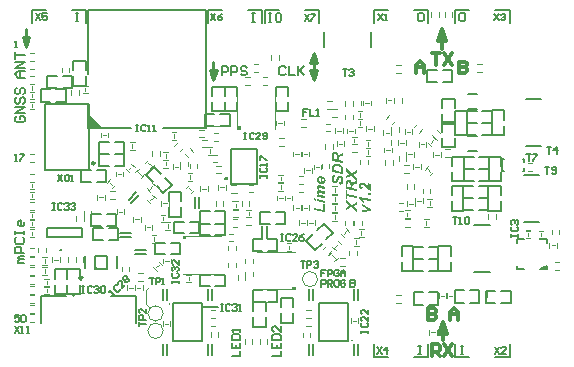
<source format=gto>
G04*
G04 #@! TF.GenerationSoftware,Altium Limited,Altium Designer,19.1.6 (110)*
G04*
G04 Layer_Color=65535*
%FSLAX44Y44*%
%MOMM*%
G71*
G01*
G75*
%ADD10C,0.2540*%
%ADD11C,0.3000*%
%ADD12C,0.2000*%
%ADD13C,0.1500*%
%ADD14C,0.2500*%
%ADD15C,0.1000*%
%ADD16C,0.1270*%
G36*
X60250Y76375D02*
X57250Y76375D01*
X57250Y79375D01*
X60250Y76375D01*
D02*
G37*
G36*
X134000Y104000D02*
Y102000D01*
X132000D01*
Y104000D01*
X134000D01*
D02*
G37*
G36*
X51500Y195500D02*
X64500Y195500D01*
X51500Y208500D01*
X51500Y195500D01*
D02*
G37*
G36*
X224500Y58750D02*
Y60750D01*
X226500D01*
Y58750D01*
X224500D01*
D02*
G37*
G36*
X178000Y197000D02*
X180000D01*
Y195000D01*
X178000D01*
Y197000D01*
D02*
G37*
G36*
X439875Y79000D02*
Y76250D01*
X434500D01*
X439875Y79000D01*
D02*
G37*
G36*
X274695Y157376D02*
X279250Y159738D01*
Y157507D01*
X277853Y156767D01*
X277844Y156757D01*
X277806Y156739D01*
X277750Y156710D01*
X277675Y156673D01*
X277582Y156626D01*
X277479Y156579D01*
X277366Y156523D01*
X277244Y156457D01*
X276982Y156326D01*
X276719Y156204D01*
X276597Y156148D01*
X276476Y156092D01*
X276363Y156045D01*
X276269Y156007D01*
X276288Y155998D01*
X276307Y155979D01*
X276344Y155951D01*
X276391Y155914D01*
X276448Y155876D01*
X276513Y155820D01*
X276597Y155754D01*
X276691Y155670D01*
X276804Y155576D01*
X276935Y155473D01*
X277076Y155351D01*
X277225Y155220D01*
X277404Y155070D01*
X277600Y154902D01*
X277806Y154714D01*
X279250Y153402D01*
Y150843D01*
X274414Y155080D01*
X269643Y152699D01*
Y154752D01*
X271405Y155698D01*
X271414D01*
X271443Y155717D01*
X271461Y155726D01*
X271499Y155745D01*
X271546Y155764D01*
X271602Y155801D01*
X271677Y155829D01*
X271761Y155876D01*
X271874Y155933D01*
X271996Y155989D01*
X272136Y156064D01*
X272305Y156148D01*
X272492Y156242D01*
X272708Y156345D01*
X272717Y156354D01*
X272755Y156373D01*
X272811Y156401D01*
X272876Y156429D01*
X272867Y156439D01*
X272830Y156467D01*
X272783Y156504D01*
X272717Y156560D01*
X272633Y156626D01*
X272539Y156710D01*
X272436Y156795D01*
X272324Y156898D01*
X272080Y157104D01*
X271817Y157329D01*
X271555Y157554D01*
X271321Y157760D01*
X269643Y159260D01*
Y161772D01*
X274695Y157376D01*
D02*
G37*
G36*
X272370Y151499D02*
X272474Y151490D01*
X272595Y151471D01*
X272727Y151443D01*
X272876Y151415D01*
X273036Y151377D01*
X273195Y151330D01*
X273364Y151265D01*
X273533Y151199D01*
X273701Y151115D01*
X273870Y151012D01*
X274039Y150899D01*
X274189Y150768D01*
X274198Y150759D01*
X274226Y150731D01*
X274264Y150693D01*
X274320Y150628D01*
X274376Y150553D01*
X274451Y150459D01*
X274526Y150346D01*
X274611Y150215D01*
X274695Y150065D01*
X274779Y149906D01*
X274863Y149718D01*
X274939Y149522D01*
X275014Y149306D01*
X275079Y149072D01*
X275126Y148819D01*
X275173Y148547D01*
X275192Y148566D01*
X275238Y148612D01*
X275313Y148687D01*
X275407Y148781D01*
X275538Y148894D01*
X275698Y149006D01*
X275876Y149137D01*
X276073Y149259D01*
X276082Y149269D01*
X276129Y149287D01*
X276185Y149325D01*
X276279Y149372D01*
X276391Y149437D01*
X276532Y149512D01*
X276701Y149597D01*
X276888Y149690D01*
X277104Y149803D01*
X277338Y149915D01*
X277600Y150037D01*
X277891Y150168D01*
X278191Y150300D01*
X278528Y150440D01*
X278875Y150590D01*
X279250Y150740D01*
Y148612D01*
X279240D01*
X279212Y148603D01*
X279166Y148584D01*
X279100Y148556D01*
X279006Y148528D01*
X278903Y148491D01*
X278781Y148444D01*
X278631Y148387D01*
X278463Y148322D01*
X278275Y148256D01*
X278069Y148172D01*
X277844Y148078D01*
X277591Y147975D01*
X277319Y147863D01*
X277029Y147741D01*
X276719Y147610D01*
X276710D01*
X276682Y147591D01*
X276635Y147572D01*
X276569Y147535D01*
X276494Y147497D01*
X276410Y147460D01*
X276213Y147347D01*
X275998Y147216D01*
X275791Y147066D01*
X275698Y146991D01*
X275604Y146907D01*
X275529Y146822D01*
X275463Y146738D01*
X275454Y146729D01*
X275435Y146682D01*
X275398Y146616D01*
X275360Y146513D01*
X275332Y146372D01*
X275295Y146213D01*
X275276Y146007D01*
X275267Y145885D01*
Y144957D01*
X279250Y144123D01*
Y142155D01*
X269643Y144160D01*
Y148603D01*
X269652Y148697D01*
Y148800D01*
X269662Y148922D01*
X269671Y149053D01*
X269699Y149325D01*
X269746Y149606D01*
X269802Y149887D01*
X269840Y150009D01*
X269877Y150131D01*
Y150140D01*
X269887Y150159D01*
X269905Y150187D01*
X269924Y150234D01*
X269943Y150290D01*
X269980Y150346D01*
X270065Y150487D01*
X270177Y150646D01*
X270318Y150815D01*
X270496Y150974D01*
X270702Y151124D01*
X270711D01*
X270730Y151143D01*
X270758Y151162D01*
X270805Y151181D01*
X270871Y151218D01*
X270936Y151246D01*
X271021Y151284D01*
X271105Y151321D01*
X271208Y151349D01*
X271321Y151387D01*
X271574Y151452D01*
X271855Y151490D01*
X272164Y151509D01*
X272174D01*
X272220D01*
X272286D01*
X272370Y151499D01*
D02*
G37*
G36*
X271246Y142548D02*
Y139746D01*
X279250Y138078D01*
Y136109D01*
X271246Y137778D01*
Y134975D01*
X269643Y135313D01*
Y142886D01*
X271246Y142548D01*
D02*
G37*
G36*
X274695Y130533D02*
X279250Y132895D01*
Y130664D01*
X277853Y129923D01*
X277844Y129914D01*
X277806Y129895D01*
X277750Y129867D01*
X277675Y129830D01*
X277582Y129783D01*
X277479Y129736D01*
X277366Y129680D01*
X277244Y129614D01*
X276982Y129483D01*
X276719Y129361D01*
X276597Y129305D01*
X276476Y129249D01*
X276363Y129202D01*
X276269Y129164D01*
X276288Y129155D01*
X276307Y129136D01*
X276344Y129108D01*
X276391Y129071D01*
X276448Y129033D01*
X276513Y128977D01*
X276597Y128911D01*
X276691Y128827D01*
X276804Y128733D01*
X276935Y128630D01*
X277076Y128508D01*
X277225Y128377D01*
X277404Y128227D01*
X277600Y128058D01*
X277806Y127871D01*
X279250Y126559D01*
Y124000D01*
X274414Y128236D01*
X269643Y125856D01*
Y127908D01*
X271405Y128855D01*
X271414D01*
X271443Y128874D01*
X271461Y128883D01*
X271499Y128902D01*
X271546Y128921D01*
X271602Y128958D01*
X271677Y128986D01*
X271761Y129033D01*
X271874Y129089D01*
X271996Y129146D01*
X272136Y129221D01*
X272305Y129305D01*
X272492Y129399D01*
X272708Y129502D01*
X272717Y129511D01*
X272755Y129530D01*
X272811Y129558D01*
X272876Y129586D01*
X272867Y129595D01*
X272830Y129624D01*
X272783Y129661D01*
X272717Y129717D01*
X272633Y129783D01*
X272539Y129867D01*
X272436Y129952D01*
X272324Y130055D01*
X272080Y130261D01*
X271817Y130486D01*
X271555Y130711D01*
X271321Y130917D01*
X269643Y132417D01*
Y134929D01*
X274695Y130533D01*
D02*
G37*
G36*
X283833Y149297D02*
X283889D01*
X284039Y149278D01*
X284208Y149250D01*
X284405Y149203D01*
X284611Y149146D01*
X284827Y149062D01*
X284836D01*
X284855Y149053D01*
X284883Y149034D01*
X284930Y149015D01*
X284977Y148987D01*
X285042Y148959D01*
X285192Y148875D01*
X285370Y148772D01*
X285576Y148640D01*
X285792Y148481D01*
X286026Y148294D01*
X286036D01*
X286045Y148275D01*
X286073Y148256D01*
X286111Y148219D01*
X286157Y148181D01*
X286214Y148125D01*
X286279Y148059D01*
X286354Y147994D01*
X286439Y147909D01*
X286532Y147816D01*
X286635Y147712D01*
X286748Y147600D01*
X286870Y147469D01*
X287001Y147338D01*
X287141Y147188D01*
X287292Y147028D01*
X287301Y147019D01*
X287329Y146991D01*
X287367Y146944D01*
X287423Y146888D01*
X287488Y146822D01*
X287563Y146738D01*
X287732Y146560D01*
X287920Y146363D01*
X288107Y146166D01*
X288276Y145997D01*
X288341Y145932D01*
X288407Y145866D01*
X288416Y145857D01*
X288463Y145819D01*
X288519Y145763D01*
X288594Y145697D01*
X288688Y145613D01*
X288801Y145519D01*
X289035Y145332D01*
Y148650D01*
X290750Y148294D01*
Y142464D01*
X290741D01*
X290722D01*
X290684Y142473D01*
X290628Y142483D01*
X290562Y142492D01*
X290497Y142511D01*
X290413Y142529D01*
X290319Y142548D01*
X290113Y142595D01*
X289888Y142670D01*
X289653Y142754D01*
X289410Y142867D01*
X289400D01*
X289382Y142886D01*
X289344Y142904D01*
X289297Y142923D01*
X289241Y142961D01*
X289175Y142998D01*
X289016Y143092D01*
X288838Y143214D01*
X288632Y143354D01*
X288426Y143504D01*
X288219Y143682D01*
X288210Y143692D01*
X288191Y143710D01*
X288163Y143738D01*
X288116Y143776D01*
X288051Y143832D01*
X287976Y143907D01*
X287891Y143992D01*
X287788Y144085D01*
X287676Y144198D01*
X287545Y144329D01*
X287395Y144479D01*
X287235Y144638D01*
X287057Y144816D01*
X286870Y145013D01*
X286663Y145229D01*
X286439Y145463D01*
X286429Y145472D01*
X286401Y145510D01*
X286354Y145557D01*
X286289Y145622D01*
X286214Y145697D01*
X286129Y145782D01*
X285933Y145979D01*
X285726Y146185D01*
X285529Y146382D01*
X285436Y146475D01*
X285351Y146560D01*
X285276Y146625D01*
X285220Y146681D01*
X285211Y146691D01*
X285201Y146700D01*
X285173Y146728D01*
X285136Y146756D01*
X285042Y146832D01*
X284920Y146935D01*
X284780Y147038D01*
X284639Y147141D01*
X284480Y147234D01*
X284339Y147310D01*
X284320Y147319D01*
X284273Y147338D01*
X284208Y147366D01*
X284114Y147403D01*
X284011Y147431D01*
X283899Y147459D01*
X283777Y147478D01*
X283664Y147488D01*
X283655D01*
X283646D01*
X283617D01*
X283580D01*
X283496Y147469D01*
X283383Y147450D01*
X283261Y147413D01*
X283130Y147366D01*
X282999Y147291D01*
X282877Y147197D01*
X282868Y147188D01*
X282830Y147150D01*
X282783Y147085D01*
X282718Y147000D01*
X282661Y146897D01*
X282615Y146775D01*
X282577Y146635D01*
X282568Y146475D01*
Y146457D01*
X282577Y146400D01*
X282586Y146316D01*
X282605Y146213D01*
X282652Y146082D01*
X282708Y145950D01*
X282793Y145819D01*
X282905Y145688D01*
X282924Y145669D01*
X282971Y145632D01*
X283008Y145604D01*
X283055Y145576D01*
X283111Y145538D01*
X283186Y145501D01*
X283261Y145463D01*
X283355Y145426D01*
X283449Y145379D01*
X283561Y145341D01*
X283683Y145304D01*
X283814Y145257D01*
X283964Y145229D01*
X284124Y145191D01*
X283852Y143354D01*
X283833D01*
X283796Y143364D01*
X283720Y143382D01*
X283636Y143401D01*
X283524Y143429D01*
X283393Y143467D01*
X283252Y143514D01*
X283093Y143560D01*
X282933Y143626D01*
X282764Y143701D01*
X282596Y143785D01*
X282427Y143879D01*
X282258Y143992D01*
X282099Y144104D01*
X281949Y144235D01*
X281808Y144385D01*
X281799Y144395D01*
X281780Y144423D01*
X281743Y144470D01*
X281696Y144535D01*
X281640Y144610D01*
X281584Y144704D01*
X281518Y144816D01*
X281452Y144948D01*
X281387Y145088D01*
X281321Y145238D01*
X281265Y145407D01*
X281209Y145594D01*
X281162Y145782D01*
X281124Y145988D01*
X281106Y146203D01*
X281096Y146428D01*
Y146560D01*
X281106Y146653D01*
X281115Y146766D01*
X281134Y146897D01*
X281162Y147038D01*
X281190Y147197D01*
X281227Y147356D01*
X281274Y147534D01*
X281331Y147712D01*
X281406Y147881D01*
X281490Y148059D01*
X281584Y148228D01*
X281696Y148387D01*
X281827Y148537D01*
X281837Y148547D01*
X281865Y148575D01*
X281902Y148612D01*
X281959Y148659D01*
X282034Y148715D01*
X282118Y148781D01*
X282221Y148847D01*
X282333Y148922D01*
X282465Y148997D01*
X282605Y149062D01*
X282755Y149128D01*
X282915Y149184D01*
X283093Y149231D01*
X283280Y149278D01*
X283477Y149297D01*
X283683Y149306D01*
X283692D01*
X283711D01*
X283739D01*
X283777D01*
X283833Y149297D01*
D02*
G37*
G36*
X290750Y140364D02*
Y138499D01*
X288932Y138883D01*
Y140749D01*
X290750Y140364D01*
D02*
G37*
G36*
Y135284D02*
Y133391D01*
X284105Y134778D01*
Y134769D01*
X284124Y134750D01*
X284142Y134722D01*
X284170Y134675D01*
X284198Y134619D01*
X284236Y134553D01*
X284283Y134478D01*
X284330Y134385D01*
X284442Y134188D01*
X284555Y133954D01*
X284676Y133701D01*
X284798Y133419D01*
Y133410D01*
X284808Y133382D01*
X284827Y133344D01*
X284845Y133288D01*
X284873Y133223D01*
X284902Y133147D01*
X284939Y133054D01*
X284977Y132960D01*
X285042Y132745D01*
X285117Y132520D01*
X285183Y132285D01*
X285239Y132051D01*
X283561Y132407D01*
Y132416D01*
X283552Y132435D01*
X283533Y132473D01*
X283514Y132510D01*
X283486Y132576D01*
X283458Y132641D01*
X283421Y132716D01*
X283374Y132810D01*
X283271Y133007D01*
X283149Y133241D01*
X283008Y133504D01*
X282858Y133785D01*
X282680Y134085D01*
X282493Y134394D01*
X282286Y134703D01*
X282071Y135013D01*
X281837Y135322D01*
X281602Y135622D01*
X281349Y135903D01*
X281087Y136166D01*
Y137299D01*
X290750Y135284D01*
D02*
G37*
G36*
Y127008D02*
Y125387D01*
X283786Y124000D01*
Y125846D01*
X286832Y126334D01*
X286842D01*
X286889Y126343D01*
X286945Y126352D01*
X287029Y126362D01*
X287132Y126381D01*
X287245Y126399D01*
X287367Y126418D01*
X287498Y126437D01*
X287770Y126484D01*
X288041Y126521D01*
X288163Y126540D01*
X288276Y126549D01*
X288379Y126568D01*
X288463Y126577D01*
X288454D01*
X288435Y126596D01*
X288388Y126615D01*
X288323Y126662D01*
X288276Y126690D01*
X288210Y126718D01*
X288144Y126755D01*
X288069Y126802D01*
X287976Y126849D01*
X287873Y126905D01*
X287760Y126971D01*
X287629Y127037D01*
X287619Y127046D01*
X287601Y127055D01*
X287563Y127074D01*
X287507Y127102D01*
X287451Y127130D01*
X287385Y127168D01*
X287235Y127252D01*
X287085Y127337D01*
X286935Y127411D01*
X286870Y127449D01*
X286814Y127477D01*
X286767Y127505D01*
X286729Y127524D01*
X283786Y129258D01*
Y131292D01*
X290750Y127008D01*
D02*
G37*
G36*
X248629Y154695D02*
X248789Y154686D01*
X248976Y154677D01*
X249182Y154648D01*
X249398Y154620D01*
X249604Y154573D01*
Y149859D01*
X249623D01*
X249669D01*
X249726Y149850D01*
X249782D01*
X249791D01*
X249810D01*
X249848D01*
X249894Y149859D01*
X249960D01*
X250026Y149868D01*
X250185Y149896D01*
X250363Y149943D01*
X250541Y150018D01*
X250729Y150112D01*
X250897Y150243D01*
Y150253D01*
X250916Y150262D01*
X250963Y150318D01*
X251028Y150403D01*
X251103Y150515D01*
X251188Y150656D01*
X251253Y150824D01*
X251300Y151002D01*
X251310Y151105D01*
X251319Y151209D01*
Y151246D01*
X251310Y151302D01*
X251300Y151368D01*
X251291Y151443D01*
X251272Y151537D01*
X251235Y151640D01*
X251197Y151752D01*
X251150Y151865D01*
X251085Y151987D01*
X251000Y152108D01*
X250916Y152230D01*
X250804Y152352D01*
X250672Y152465D01*
X250522Y152577D01*
X250354Y152680D01*
X250635Y154367D01*
X250644Y154358D01*
X250682Y154348D01*
X250729Y154320D01*
X250804Y154274D01*
X250888Y154227D01*
X250982Y154170D01*
X251085Y154095D01*
X251207Y154020D01*
X251328Y153927D01*
X251450Y153824D01*
X251703Y153599D01*
X251947Y153336D01*
X252050Y153196D01*
X252153Y153046D01*
X252163Y153036D01*
X252172Y153008D01*
X252200Y152961D01*
X252228Y152905D01*
X252266Y152821D01*
X252313Y152727D01*
X252359Y152624D01*
X252406Y152502D01*
X252453Y152371D01*
X252500Y152230D01*
X252537Y152080D01*
X252584Y151921D01*
X252641Y151574D01*
X252650Y151387D01*
X252659Y151199D01*
Y151134D01*
X252650Y151068D01*
X252641Y150965D01*
X252631Y150843D01*
X252612Y150712D01*
X252584Y150553D01*
X252547Y150384D01*
X252500Y150206D01*
X252444Y150028D01*
X252369Y149831D01*
X252284Y149643D01*
X252191Y149447D01*
X252069Y149269D01*
X251938Y149081D01*
X251778Y148912D01*
X251769Y148903D01*
X251741Y148875D01*
X251685Y148828D01*
X251619Y148781D01*
X251525Y148706D01*
X251422Y148640D01*
X251291Y148556D01*
X251150Y148481D01*
X250991Y148397D01*
X250813Y148313D01*
X250616Y148247D01*
X250410Y148181D01*
X250185Y148125D01*
X249951Y148078D01*
X249688Y148050D01*
X249426Y148041D01*
X249407D01*
X249360D01*
X249285Y148050D01*
X249182D01*
X249060Y148069D01*
X248920Y148078D01*
X248751Y148106D01*
X248573Y148144D01*
X248385Y148181D01*
X248179Y148237D01*
X247973Y148294D01*
X247757Y148369D01*
X247533Y148462D01*
X247317Y148566D01*
X247101Y148687D01*
X246886Y148828D01*
X246867Y148837D01*
X246820Y148875D01*
X246745Y148940D01*
X246651Y149025D01*
X246539Y149137D01*
X246408Y149278D01*
X246267Y149437D01*
X246127Y149615D01*
X245986Y149822D01*
X245855Y150056D01*
X245724Y150309D01*
X245611Y150581D01*
X245517Y150881D01*
X245442Y151199D01*
X245396Y151546D01*
X245377Y151912D01*
Y151968D01*
X245386Y152033D01*
Y152127D01*
X245405Y152230D01*
X245414Y152361D01*
X245442Y152493D01*
X245480Y152652D01*
X245517Y152811D01*
X245574Y152971D01*
X245639Y153139D01*
X245714Y153308D01*
X245808Y153477D01*
X245911Y153645D01*
X246033Y153795D01*
X246173Y153945D01*
X246183Y153955D01*
X246211Y153983D01*
X246258Y154020D01*
X246314Y154067D01*
X246398Y154123D01*
X246502Y154189D01*
X246614Y154255D01*
X246745Y154330D01*
X246895Y154395D01*
X247055Y154461D01*
X247242Y154527D01*
X247439Y154583D01*
X247654Y154639D01*
X247879Y154677D01*
X248123Y154695D01*
X248385Y154705D01*
X248395D01*
X248414D01*
X248451D01*
X248498D01*
X248554D01*
X248629Y154695D01*
D02*
G37*
G36*
X247129Y147019D02*
X247176D01*
X247233Y147010D01*
X247308Y147000D01*
X247383Y146991D01*
X247476Y146972D01*
X247579Y146963D01*
X247692Y146944D01*
X247814Y146916D01*
X247945Y146897D01*
X248095Y146869D01*
X248254Y146832D01*
X252500Y145922D01*
Y144048D01*
X248254Y144948D01*
X248245D01*
X248217Y144957D01*
X248179Y144966D01*
X248132Y144976D01*
X248067Y144985D01*
X247992Y145004D01*
X247842Y145032D01*
X247682Y145060D01*
X247542Y145088D01*
X247476Y145098D01*
X247420Y145107D01*
X247383Y145116D01*
X247354D01*
X247345D01*
X247308D01*
X247251Y145107D01*
X247186Y145098D01*
X247111Y145070D01*
X247036Y145042D01*
X246961Y144995D01*
X246895Y144938D01*
X246886Y144929D01*
X246867Y144910D01*
X246839Y144863D01*
X246801Y144807D01*
X246773Y144732D01*
X246745Y144648D01*
X246726Y144535D01*
X246717Y144413D01*
Y144348D01*
X246726Y144292D01*
X246736Y144235D01*
X246755Y144160D01*
X246811Y143992D01*
X246848Y143898D01*
X246895Y143795D01*
X246961Y143692D01*
X247036Y143589D01*
X247120Y143476D01*
X247223Y143373D01*
X247336Y143261D01*
X247467Y143158D01*
X247476D01*
X247495Y143139D01*
X247523Y143120D01*
X247570Y143092D01*
X247626Y143055D01*
X247701Y143017D01*
X247795Y142970D01*
X247898Y142914D01*
X248020Y142867D01*
X248160Y142811D01*
X248311Y142745D01*
X248479Y142689D01*
X248676Y142633D01*
X248882Y142577D01*
X249107Y142520D01*
X249351Y142464D01*
X252500Y141808D01*
Y139933D01*
X248292Y140805D01*
X248282D01*
X248264Y140814D01*
X248226Y140824D01*
X248179Y140833D01*
X248114Y140843D01*
X248048Y140852D01*
X247907Y140880D01*
X247748Y140908D01*
X247589Y140936D01*
X247458Y140946D01*
X247401Y140955D01*
X247354D01*
X247345D01*
X247308D01*
X247251Y140946D01*
X247195Y140936D01*
X247120Y140908D01*
X247045Y140880D01*
X246970Y140833D01*
X246895Y140768D01*
X246886Y140758D01*
X246867Y140730D01*
X246839Y140693D01*
X246801Y140636D01*
X246773Y140561D01*
X246745Y140468D01*
X246726Y140365D01*
X246717Y140252D01*
Y140196D01*
X246726Y140140D01*
X246736Y140055D01*
X246764Y139962D01*
X246792Y139849D01*
X246839Y139737D01*
X246905Y139615D01*
X246914Y139596D01*
X246942Y139558D01*
X246980Y139502D01*
X247036Y139418D01*
X247111Y139334D01*
X247195Y139240D01*
X247298Y139137D01*
X247411Y139043D01*
X247429Y139034D01*
X247467Y139005D01*
X247542Y138959D01*
X247636Y138902D01*
X247748Y138837D01*
X247889Y138762D01*
X248057Y138687D01*
X248235Y138621D01*
X248245D01*
X248282Y138603D01*
X248357Y138584D01*
X248404Y138574D01*
X248460Y138556D01*
X248526Y138537D01*
X248601Y138518D01*
X248685Y138499D01*
X248789Y138471D01*
X248892Y138453D01*
X249023Y138424D01*
X249154Y138387D01*
X249304Y138359D01*
X252500Y137693D01*
Y135819D01*
X245536Y137272D01*
Y139034D01*
X246389Y138865D01*
X246380Y138874D01*
X246342Y138912D01*
X246295Y138968D01*
X246230Y139043D01*
X246155Y139137D01*
X246070Y139259D01*
X245977Y139380D01*
X245883Y139530D01*
X245789Y139690D01*
X245695Y139858D01*
X245611Y140036D01*
X245536Y140224D01*
X245471Y140421D01*
X245424Y140627D01*
X245386Y140833D01*
X245377Y141049D01*
Y141124D01*
X245386Y141180D01*
Y141246D01*
X245396Y141320D01*
X245414Y141499D01*
X245461Y141686D01*
X245517Y141892D01*
X245592Y142089D01*
X245705Y142258D01*
Y142267D01*
X245724Y142277D01*
X245761Y142323D01*
X245836Y142398D01*
X245939Y142492D01*
X246070Y142586D01*
X246230Y142670D01*
X246408Y142755D01*
X246614Y142811D01*
X246605D01*
X246586Y142830D01*
X246567Y142848D01*
X246530Y142876D01*
X246427Y142961D01*
X246305Y143083D01*
X246164Y143223D01*
X246024Y143401D01*
X245874Y143617D01*
X245733Y143851D01*
Y143861D01*
X245714Y143879D01*
X245695Y143917D01*
X245677Y143973D01*
X245649Y144029D01*
X245620Y144104D01*
X245592Y144189D01*
X245555Y144282D01*
X245489Y144488D01*
X245433Y144732D01*
X245396Y144985D01*
X245377Y145257D01*
Y145341D01*
X245386Y145398D01*
Y145463D01*
X245396Y145548D01*
X245433Y145735D01*
X245489Y145941D01*
X245564Y146157D01*
X245677Y146372D01*
X245752Y146466D01*
X245827Y146560D01*
X245836Y146569D01*
X245846Y146579D01*
X245874Y146607D01*
X245911Y146635D01*
X245958Y146672D01*
X246005Y146710D01*
X246145Y146794D01*
X246314Y146878D01*
X246520Y146953D01*
X246755Y147010D01*
X246886Y147019D01*
X247017Y147029D01*
X247036D01*
X247083D01*
X247129Y147019D01*
D02*
G37*
G36*
X244590Y135660D02*
Y133785D01*
X242893Y134132D01*
Y136016D01*
X244590Y135660D01*
D02*
G37*
G36*
X252500Y134010D02*
Y132135D01*
X245536Y133588D01*
Y135463D01*
X252500Y134010D01*
D02*
G37*
G36*
Y130870D02*
Y124000D01*
X242893Y126006D01*
Y127974D01*
X250897Y126306D01*
Y131208D01*
X252500Y130870D01*
D02*
G37*
G36*
X260799Y175252D02*
X260902Y175243D01*
X261024Y175224D01*
X261155Y175196D01*
X261305Y175168D01*
X261465Y175130D01*
X261624Y175084D01*
X261793Y175018D01*
X261961Y174952D01*
X262130Y174868D01*
X262299Y174765D01*
X262468Y174652D01*
X262618Y174521D01*
X262627Y174512D01*
X262655Y174484D01*
X262693Y174446D01*
X262749Y174381D01*
X262805Y174306D01*
X262880Y174212D01*
X262955Y174099D01*
X263039Y173968D01*
X263124Y173818D01*
X263208Y173659D01*
X263292Y173471D01*
X263367Y173275D01*
X263442Y173059D01*
X263508Y172825D01*
X263555Y172572D01*
X263602Y172300D01*
X263620Y172319D01*
X263667Y172365D01*
X263742Y172440D01*
X263836Y172534D01*
X263967Y172647D01*
X264127Y172759D01*
X264305Y172890D01*
X264501Y173012D01*
X264511Y173022D01*
X264558Y173040D01*
X264614Y173078D01*
X264708Y173125D01*
X264820Y173190D01*
X264961Y173265D01*
X265129Y173350D01*
X265317Y173443D01*
X265532Y173556D01*
X265767Y173668D01*
X266029Y173790D01*
X266320Y173921D01*
X266620Y174053D01*
X266957Y174193D01*
X267304Y174343D01*
X267679Y174493D01*
Y172365D01*
X267669D01*
X267641Y172356D01*
X267594Y172337D01*
X267529Y172309D01*
X267435Y172281D01*
X267332Y172244D01*
X267210Y172197D01*
X267060Y172141D01*
X266891Y172075D01*
X266704Y172009D01*
X266498Y171925D01*
X266273Y171831D01*
X266020Y171728D01*
X265748Y171616D01*
X265457Y171494D01*
X265148Y171363D01*
X265139D01*
X265111Y171344D01*
X265064Y171325D01*
X264998Y171288D01*
X264923Y171250D01*
X264839Y171213D01*
X264642Y171100D01*
X264426Y170969D01*
X264220Y170819D01*
X264127Y170744D01*
X264033Y170660D01*
X263958Y170575D01*
X263892Y170491D01*
X263883Y170482D01*
X263864Y170435D01*
X263827Y170369D01*
X263789Y170266D01*
X263761Y170125D01*
X263724Y169966D01*
X263705Y169760D01*
X263695Y169638D01*
Y168710D01*
X267679Y167876D01*
Y165908D01*
X258072Y167913D01*
Y172356D01*
X258081Y172450D01*
Y172553D01*
X258091Y172675D01*
X258100Y172806D01*
X258128Y173078D01*
X258175Y173359D01*
X258231Y173640D01*
X258269Y173762D01*
X258306Y173884D01*
Y173893D01*
X258316Y173912D01*
X258334Y173940D01*
X258353Y173987D01*
X258372Y174043D01*
X258409Y174099D01*
X258494Y174240D01*
X258606Y174399D01*
X258747Y174568D01*
X258925Y174727D01*
X259131Y174877D01*
X259140D01*
X259159Y174896D01*
X259187Y174915D01*
X259234Y174934D01*
X259300Y174971D01*
X259365Y174999D01*
X259450Y175037D01*
X259534Y175074D01*
X259637Y175102D01*
X259750Y175140D01*
X260003Y175205D01*
X260284Y175243D01*
X260593Y175262D01*
X260602D01*
X260649D01*
X260715D01*
X260799Y175252D01*
D02*
G37*
G36*
X262327Y165345D02*
X262458Y165336D01*
X262618Y165327D01*
X262796Y165308D01*
X262992Y165280D01*
X263199Y165252D01*
X263414Y165205D01*
X263649Y165158D01*
X263883Y165102D01*
X264117Y165036D01*
X264352Y164952D01*
X264586Y164858D01*
X264820Y164755D01*
X264830Y164746D01*
X264876Y164727D01*
X264933Y164699D01*
X265017Y164652D01*
X265120Y164586D01*
X265233Y164521D01*
X265364Y164436D01*
X265504Y164352D01*
X265654Y164249D01*
X265814Y164136D01*
X265973Y164005D01*
X266132Y163874D01*
X266442Y163583D01*
X266582Y163433D01*
X266723Y163265D01*
X266732Y163255D01*
X266751Y163237D01*
X266779Y163199D01*
X266817Y163143D01*
X266863Y163077D01*
X266910Y162993D01*
X266966Y162899D01*
X267032Y162787D01*
X267098Y162665D01*
X267163Y162534D01*
X267229Y162384D01*
X267304Y162224D01*
X267369Y162056D01*
X267426Y161877D01*
X267482Y161681D01*
X267538Y161484D01*
Y161474D01*
X267548Y161456D01*
Y161418D01*
X267557Y161371D01*
X267566Y161306D01*
X267585Y161221D01*
X267594Y161128D01*
X267604Y161015D01*
X267623Y160893D01*
X267632Y160753D01*
X267641Y160603D01*
X267660Y160425D01*
X267669Y160247D01*
Y160040D01*
X267679Y159825D01*
Y156207D01*
X258072Y158213D01*
Y161381D01*
X258081Y161615D01*
X258091Y161840D01*
Y161943D01*
X258100Y162037D01*
Y162121D01*
X258109Y162187D01*
Y162215D01*
X258119Y162243D01*
Y162290D01*
X258128Y162337D01*
X258137Y162402D01*
X258156Y162543D01*
X258194Y162712D01*
X258231Y162890D01*
X258287Y163077D01*
X258353Y163255D01*
Y163265D01*
X258362Y163274D01*
X258381Y163330D01*
X258428Y163424D01*
X258484Y163536D01*
X258559Y163668D01*
X258644Y163818D01*
X258747Y163958D01*
X258869Y164108D01*
X258887Y164127D01*
X258925Y164174D01*
X259000Y164249D01*
X259093Y164333D01*
X259206Y164436D01*
X259347Y164549D01*
X259496Y164661D01*
X259665Y164764D01*
X259675D01*
X259684Y164774D01*
X259712Y164792D01*
X259750Y164811D01*
X259843Y164858D01*
X259974Y164924D01*
X260124Y164989D01*
X260312Y165064D01*
X260509Y165130D01*
X260734Y165195D01*
X260743D01*
X260762Y165205D01*
X260790Y165214D01*
X260837Y165224D01*
X260893Y165233D01*
X260968Y165242D01*
X261043Y165261D01*
X261127Y165280D01*
X261324Y165308D01*
X261549Y165327D01*
X261802Y165345D01*
X262065Y165355D01*
X262083D01*
X262130D01*
X262215D01*
X262327Y165345D01*
D02*
G37*
G36*
X260893Y153855D02*
X260884D01*
X260865D01*
X260827Y153845D01*
X260781Y153836D01*
X260724Y153827D01*
X260659Y153808D01*
X260509Y153761D01*
X260340Y153695D01*
X260162Y153611D01*
X259993Y153498D01*
X259843Y153349D01*
X259825Y153330D01*
X259806Y153302D01*
X259787Y153273D01*
X259759Y153227D01*
X259722Y153170D01*
X259693Y153105D01*
X259656Y153030D01*
X259618Y152945D01*
X259590Y152861D01*
X259553Y152758D01*
X259525Y152646D01*
X259506Y152514D01*
X259487Y152383D01*
X259468Y152242D01*
Y151961D01*
X259478Y151886D01*
X259487Y151811D01*
X259506Y151633D01*
X259543Y151446D01*
X259590Y151249D01*
X259665Y151071D01*
X259712Y150996D01*
X259759Y150921D01*
X259768Y150902D01*
X259815Y150865D01*
X259871Y150808D01*
X259956Y150752D01*
X260068Y150687D01*
X260190Y150630D01*
X260331Y150593D01*
X260490Y150574D01*
X260509D01*
X260556Y150583D01*
X260631Y150593D01*
X260734Y150612D01*
X260837Y150649D01*
X260949Y150705D01*
X261071Y150790D01*
X261174Y150893D01*
X261184Y150912D01*
X261202Y150930D01*
X261221Y150958D01*
X261249Y150996D01*
X261287Y151052D01*
X261324Y151118D01*
X261371Y151193D01*
X261418Y151277D01*
X261474Y151380D01*
X261540Y151493D01*
X261605Y151624D01*
X261680Y151774D01*
X261755Y151933D01*
X261840Y152111D01*
X261924Y152308D01*
Y152317D01*
X261933Y152327D01*
X261952Y152383D01*
X261990Y152467D01*
X262046Y152570D01*
X262102Y152711D01*
X262177Y152861D01*
X262252Y153020D01*
X262336Y153198D01*
X262524Y153555D01*
X262618Y153733D01*
X262711Y153901D01*
X262814Y154061D01*
X262908Y154201D01*
X263002Y154323D01*
X263086Y154426D01*
X263096Y154436D01*
X263114Y154454D01*
X263152Y154492D01*
X263208Y154529D01*
X263274Y154586D01*
X263349Y154642D01*
X263442Y154698D01*
X263545Y154764D01*
X263658Y154829D01*
X263789Y154886D01*
X263920Y154942D01*
X264070Y154998D01*
X264239Y155035D01*
X264408Y155073D01*
X264586Y155092D01*
X264773Y155101D01*
X264792D01*
X264830D01*
X264895Y155092D01*
X264989Y155082D01*
X265092Y155073D01*
X265223Y155045D01*
X265364Y155017D01*
X265514Y154979D01*
X265682Y154923D01*
X265861Y154857D01*
X266039Y154773D01*
X266217Y154670D01*
X266404Y154558D01*
X266582Y154426D01*
X266770Y154267D01*
X266938Y154089D01*
X266948Y154080D01*
X266976Y154042D01*
X267023Y153986D01*
X267079Y153901D01*
X267145Y153798D01*
X267220Y153677D01*
X267304Y153536D01*
X267388Y153367D01*
X267473Y153180D01*
X267557Y152964D01*
X267632Y152739D01*
X267698Y152486D01*
X267754Y152214D01*
X267801Y151933D01*
X267829Y151624D01*
X267838Y151296D01*
Y151174D01*
X267829Y151090D01*
Y150977D01*
X267819Y150855D01*
X267801Y150715D01*
X267782Y150565D01*
X267763Y150396D01*
X267735Y150227D01*
X267660Y149871D01*
X267557Y149506D01*
X267501Y149328D01*
X267426Y149150D01*
X267416Y149140D01*
X267407Y149112D01*
X267379Y149065D01*
X267351Y149000D01*
X267304Y148925D01*
X267257Y148840D01*
X267126Y148653D01*
X266966Y148437D01*
X266770Y148222D01*
X266535Y148025D01*
X266404Y147941D01*
X266273Y147865D01*
X266264D01*
X266235Y147847D01*
X266198Y147828D01*
X266142Y147809D01*
X266076Y147781D01*
X265992Y147753D01*
X265889Y147716D01*
X265786Y147687D01*
X265664Y147650D01*
X265532Y147622D01*
X265392Y147594D01*
X265242Y147566D01*
X264914Y147537D01*
X264567Y147528D01*
X264464Y149412D01*
X264473D01*
X264501D01*
X264548Y149421D01*
X264605D01*
X264680Y149431D01*
X264764Y149440D01*
X264951Y149468D01*
X265158Y149506D01*
X265354Y149553D01*
X265542Y149628D01*
X265617Y149665D01*
X265682Y149712D01*
X265692Y149721D01*
X265701Y149731D01*
X265729Y149759D01*
X265757Y149796D01*
X265795Y149853D01*
X265842Y149909D01*
X265889Y149984D01*
X265935Y150077D01*
X265982Y150181D01*
X266029Y150293D01*
X266067Y150424D01*
X266114Y150574D01*
X266142Y150733D01*
X266170Y150912D01*
X266179Y151108D01*
X266189Y151315D01*
Y151408D01*
X266179Y151474D01*
Y151549D01*
X266170Y151643D01*
X266160Y151746D01*
X266142Y151849D01*
X266104Y152083D01*
X266039Y152308D01*
X265954Y152524D01*
X265898Y152627D01*
X265842Y152711D01*
Y152720D01*
X265823Y152730D01*
X265776Y152777D01*
X265711Y152852D01*
X265607Y152936D01*
X265486Y153011D01*
X265345Y153086D01*
X265186Y153133D01*
X265101Y153152D01*
X265008D01*
X264998D01*
X264989D01*
X264933Y153142D01*
X264858Y153133D01*
X264755Y153105D01*
X264642Y153067D01*
X264520Y153002D01*
X264398Y152917D01*
X264286Y152795D01*
X264277Y152786D01*
X264267Y152767D01*
X264248Y152739D01*
X264220Y152702D01*
X264192Y152655D01*
X264155Y152599D01*
X264117Y152533D01*
X264070Y152449D01*
X264023Y152346D01*
X263958Y152233D01*
X263902Y152111D01*
X263827Y151961D01*
X263752Y151802D01*
X263667Y151615D01*
X263583Y151418D01*
X263574Y151408D01*
X263564Y151371D01*
X263536Y151315D01*
X263499Y151240D01*
X263461Y151146D01*
X263414Y151033D01*
X263358Y150921D01*
X263302Y150799D01*
X263171Y150527D01*
X263039Y150255D01*
X262899Y150002D01*
X262843Y149890D01*
X262777Y149787D01*
Y149777D01*
X262758Y149768D01*
X262739Y149740D01*
X262721Y149703D01*
X262646Y149609D01*
X262552Y149496D01*
X262430Y149365D01*
X262280Y149234D01*
X262121Y149103D01*
X261933Y148981D01*
X261924D01*
X261905Y148972D01*
X261877Y148953D01*
X261840Y148934D01*
X261793Y148915D01*
X261737Y148887D01*
X261587Y148840D01*
X261409Y148784D01*
X261202Y148737D01*
X260977Y148700D01*
X260724Y148690D01*
X260706D01*
X260668D01*
X260602Y148700D01*
X260518D01*
X260415Y148718D01*
X260293Y148737D01*
X260162Y148765D01*
X260012Y148803D01*
X259862Y148850D01*
X259693Y148906D01*
X259525Y148972D01*
X259356Y149056D01*
X259187Y149159D01*
X259028Y149271D01*
X258859Y149412D01*
X258709Y149562D01*
X258700Y149571D01*
X258672Y149599D01*
X258634Y149656D01*
X258587Y149721D01*
X258522Y149815D01*
X258456Y149928D01*
X258381Y150059D01*
X258306Y150209D01*
X258231Y150377D01*
X258156Y150574D01*
X258091Y150780D01*
X258025Y151005D01*
X257978Y151249D01*
X257941Y151521D01*
X257913Y151802D01*
X257903Y152102D01*
Y152177D01*
X257913Y152261D01*
Y152383D01*
X257931Y152524D01*
X257941Y152692D01*
X257969Y152871D01*
X258006Y153067D01*
X258044Y153273D01*
X258100Y153489D01*
X258166Y153705D01*
X258241Y153930D01*
X258334Y154136D01*
X258437Y154351D01*
X258559Y154548D01*
X258700Y154726D01*
X258709Y154736D01*
X258737Y154764D01*
X258784Y154811D01*
X258840Y154876D01*
X258925Y154942D01*
X259018Y155026D01*
X259131Y155111D01*
X259262Y155204D01*
X259403Y155298D01*
X259562Y155382D01*
X259740Y155467D01*
X259928Y155551D01*
X260124Y155617D01*
X260340Y155673D01*
X260565Y155720D01*
X260809Y155748D01*
X260893Y153855D01*
D02*
G37*
%LPC*%
G36*
X272192Y149540D02*
X272183D01*
X272174D01*
X272146D01*
X272108Y149531D01*
X272014Y149522D01*
X271892Y149484D01*
X271771Y149437D01*
X271639Y149362D01*
X271518Y149250D01*
X271461Y149184D01*
X271405Y149109D01*
X271396Y149100D01*
X271377Y149053D01*
X271358Y148978D01*
X271339Y148931D01*
X271321Y148865D01*
X271311Y148800D01*
X271293Y148716D01*
X271283Y148622D01*
X271274Y148519D01*
X271264Y148406D01*
X271255Y148275D01*
X271246Y148134D01*
Y145791D01*
X273823Y145257D01*
Y146560D01*
X273814Y146691D01*
Y146841D01*
X273804Y147000D01*
X273795Y147169D01*
X273776Y147525D01*
X273758Y147694D01*
X273748Y147872D01*
X273720Y148031D01*
X273701Y148181D01*
X273664Y148303D01*
X273636Y148416D01*
Y148425D01*
X273626Y148444D01*
X273617Y148462D01*
X273598Y148500D01*
X273551Y148594D01*
X273495Y148716D01*
X273411Y148847D01*
X273308Y148987D01*
X273186Y149119D01*
X273045Y149240D01*
X273036D01*
X273027Y149250D01*
X272970Y149287D01*
X272895Y149334D01*
X272783Y149390D01*
X272652Y149447D01*
X272511Y149494D01*
X272352Y149531D01*
X272192Y149540D01*
D02*
G37*
G36*
X248460Y152989D02*
X248451D01*
X248442D01*
X248395D01*
X248329D01*
X248273D01*
X248264D01*
X248235D01*
X248198D01*
X248142Y152980D01*
X248076D01*
X248011Y152971D01*
X247832Y152943D01*
X247645Y152905D01*
X247458Y152839D01*
X247270Y152755D01*
X247111Y152643D01*
X247092Y152624D01*
X247045Y152577D01*
X246989Y152502D01*
X246914Y152399D01*
X246839Y152268D01*
X246783Y152108D01*
X246736Y151921D01*
X246717Y151715D01*
Y151658D01*
X246726Y151621D01*
Y151565D01*
X246736Y151509D01*
X246773Y151368D01*
X246830Y151199D01*
X246905Y151031D01*
X247017Y150843D01*
X247092Y150759D01*
X247167Y150665D01*
X247176Y150656D01*
X247186Y150646D01*
X247214Y150618D01*
X247251Y150590D01*
X247298Y150553D01*
X247354Y150515D01*
X247420Y150468D01*
X247495Y150412D01*
X247579Y150365D01*
X247673Y150309D01*
X247786Y150262D01*
X247898Y150215D01*
X248020Y150159D01*
X248160Y150121D01*
X248301Y150084D01*
X248460Y150046D01*
Y152989D01*
D02*
G37*
G36*
X260621Y173293D02*
X260612D01*
X260602D01*
X260574D01*
X260537Y173284D01*
X260443Y173275D01*
X260321Y173237D01*
X260200Y173190D01*
X260068Y173115D01*
X259946Y173003D01*
X259890Y172937D01*
X259834Y172862D01*
X259825Y172853D01*
X259806Y172806D01*
X259787Y172731D01*
X259768Y172684D01*
X259750Y172619D01*
X259740Y172553D01*
X259722Y172469D01*
X259712Y172375D01*
X259703Y172272D01*
X259693Y172159D01*
X259684Y172028D01*
X259675Y171887D01*
Y169544D01*
X262252Y169010D01*
Y170313D01*
X262243Y170444D01*
Y170594D01*
X262233Y170753D01*
X262224Y170922D01*
X262205Y171278D01*
X262186Y171447D01*
X262177Y171625D01*
X262149Y171784D01*
X262130Y171934D01*
X262093Y172056D01*
X262065Y172169D01*
Y172178D01*
X262055Y172197D01*
X262046Y172215D01*
X262027Y172253D01*
X261980Y172347D01*
X261924Y172469D01*
X261840Y172600D01*
X261737Y172740D01*
X261615Y172872D01*
X261474Y172993D01*
X261465D01*
X261455Y173003D01*
X261399Y173040D01*
X261324Y173087D01*
X261212Y173143D01*
X261080Y173200D01*
X260940Y173246D01*
X260781Y173284D01*
X260621Y173293D01*
D02*
G37*
G36*
X262224Y163368D02*
X261999D01*
X261990D01*
X261952D01*
X261905D01*
X261830Y163358D01*
X261746D01*
X261652Y163349D01*
X261540Y163340D01*
X261427Y163330D01*
X261174Y163283D01*
X260921Y163227D01*
X260678Y163143D01*
X260565Y163087D01*
X260462Y163030D01*
X260452D01*
X260443Y163012D01*
X260415Y162993D01*
X260378Y162974D01*
X260293Y162899D01*
X260181Y162805D01*
X260068Y162684D01*
X259956Y162552D01*
X259853Y162393D01*
X259778Y162215D01*
X259768Y162196D01*
X259759Y162149D01*
X259750Y162112D01*
X259740Y162056D01*
X259731Y161999D01*
X259712Y161934D01*
X259703Y161859D01*
X259693Y161765D01*
X259684Y161662D01*
X259675Y161559D01*
X259665Y161437D01*
Y161296D01*
X259656Y161156D01*
Y159853D01*
X266132Y158494D01*
Y159778D01*
X266123Y159872D01*
Y159994D01*
X266114Y160116D01*
X266104Y160368D01*
X266076Y160631D01*
X266048Y160875D01*
X266020Y160987D01*
X266001Y161081D01*
Y161090D01*
X265992Y161100D01*
X265982Y161128D01*
X265973Y161165D01*
X265935Y161259D01*
X265889Y161381D01*
X265823Y161512D01*
X265739Y161662D01*
X265626Y161821D01*
X265504Y161981D01*
X265495Y161990D01*
X265476Y162009D01*
X265448Y162037D01*
X265411Y162074D01*
X265354Y162131D01*
X265289Y162187D01*
X265214Y162252D01*
X265129Y162318D01*
X265026Y162393D01*
X264923Y162477D01*
X264811Y162562D01*
X264680Y162637D01*
X264398Y162805D01*
X264089Y162965D01*
X264080Y162974D01*
X264052Y162983D01*
X263995Y163002D01*
X263930Y163030D01*
X263845Y163058D01*
X263742Y163096D01*
X263630Y163134D01*
X263489Y163171D01*
X263349Y163208D01*
X263189Y163237D01*
X263011Y163274D01*
X262833Y163302D01*
X262636Y163330D01*
X262430Y163349D01*
X262224Y163368D01*
D02*
G37*
%LPD*%
D10*
X28527Y92250D02*
G03*
X28527Y92250I-277J0D01*
G01*
X46720Y68675D02*
G03*
X46720Y68675I-1270J0D01*
G01*
D11*
X168604Y152750D02*
G03*
X168604Y152750I-354J0D01*
G01*
X351000Y262750D02*
Y279625D01*
X347583Y269375D02*
X354417D01*
X351000Y279625D02*
X354417Y269375D01*
X347583D02*
X351000Y279625D01*
X348875Y20625D02*
X352292Y30875D01*
X355708Y20625D01*
X348875D02*
X355708D01*
X352292Y16000D02*
Y30875D01*
X339250Y42746D02*
Y32750D01*
X344248D01*
X345914Y34416D01*
Y36082D01*
X344248Y37748D01*
X339250D01*
X344248D01*
X345914Y39414D01*
Y41080D01*
X344248Y42746D01*
X339250D01*
X329250Y242000D02*
Y248664D01*
X332582Y251996D01*
X335914Y248664D01*
Y242000D01*
Y246998D01*
X329250D01*
X342750Y258996D02*
X349414D01*
X346082D01*
Y249000D01*
X352747Y258996D02*
X359411Y249000D01*
Y258996D02*
X352747Y249000D01*
X357750Y32750D02*
Y39414D01*
X361082Y42746D01*
X364414Y39414D01*
Y32750D01*
Y37748D01*
X357750D01*
X342750Y2250D02*
Y12246D01*
X347748D01*
X349414Y10580D01*
Y7248D01*
X347748Y5582D01*
X342750D01*
X346082D02*
X349414Y2250D01*
X352747Y12246D02*
X359411Y2250D01*
Y12246D02*
X352747Y2250D01*
X365500Y251746D02*
Y241750D01*
X370498D01*
X372164Y243416D01*
Y245082D01*
X370498Y246748D01*
X365500D01*
X370498D01*
X372164Y248414D01*
Y250080D01*
X370498Y251746D01*
X365500D01*
D12*
X40000Y54250D02*
G03*
X40000Y54250I-1000J0D01*
G01*
X92000Y30000D02*
Y53300D01*
X71000D02*
X92000D01*
X12000D02*
X33000D01*
X12000Y30000D02*
Y53300D01*
X251500Y263750D02*
Y276750D01*
X291500Y263750D02*
Y276750D01*
X235500Y295000D02*
X247500D01*
Y284000D02*
Y295000D01*
X201500Y284000D02*
Y295000D01*
X213500D01*
X152750Y295000D02*
X164750D01*
X152750Y284000D02*
Y295000D01*
X198750Y284000D02*
Y295000D01*
X186750D02*
X198750D01*
X4250Y295250D02*
X16250D01*
X4250Y284250D02*
Y295250D01*
X50250Y284250D02*
Y295250D01*
X38250D02*
X50250D01*
X327500Y1500D02*
X339500D01*
Y12500D01*
X293500Y1500D02*
Y12500D01*
Y1500D02*
X305500D01*
X362500Y295250D02*
X374500D01*
X362500Y284250D02*
Y295250D01*
X408500Y284250D02*
Y295250D01*
X396500D02*
X408500D01*
X396500Y1500D02*
X408500D01*
Y12500D01*
X362500Y1500D02*
Y12500D01*
Y1500D02*
X374500D01*
X293500Y295250D02*
X305500D01*
X293500Y284250D02*
Y295250D01*
X339500Y284250D02*
Y295250D01*
X327500D02*
X339500D01*
X378500Y73250D02*
X391500D01*
X378500Y113250D02*
X391500D01*
X422250Y180000D02*
X435250D01*
X422250Y220000D02*
X435250D01*
X420379Y156000D02*
X433379D01*
X420379Y116000D02*
X433379D01*
X331250Y11248D02*
X333583D01*
X332416D01*
Y4250D01*
X331250D01*
X333583D01*
X218832Y246665D02*
X217499Y247997D01*
X214833D01*
X213500Y246665D01*
Y241333D01*
X214833Y240000D01*
X217499D01*
X218832Y241333D01*
X221497Y247997D02*
Y240000D01*
X226829D01*
X229495Y247997D02*
Y240000D01*
Y242666D01*
X234827Y247997D01*
X230828Y243999D01*
X234827Y240000D01*
X-2000Y238194D02*
X-7332D01*
X-9997Y240860D01*
X-7332Y243526D01*
X-2000D01*
X-5999D01*
Y238194D01*
X-2000Y246192D02*
X-9997D01*
X-2000Y251523D01*
X-9997D01*
Y254189D02*
Y259521D01*
Y256855D01*
X-2000D01*
X369499Y292748D02*
X367166D01*
X366000Y291581D01*
Y286916D01*
X367166Y285750D01*
X369499D01*
X370665Y286916D01*
Y291581D01*
X369499Y292748D01*
X334499D02*
X332166D01*
X331000Y291581D01*
Y286916D01*
X332166Y285750D01*
X334499D01*
X335665Y286916D01*
Y291581D01*
X334499Y292748D01*
X164750Y240000D02*
Y247997D01*
X168749D01*
X170082Y246665D01*
Y243999D01*
X168749Y242666D01*
X164750D01*
X172747Y240000D02*
Y247997D01*
X176746D01*
X178079Y246665D01*
Y243999D01*
X176746Y242666D01*
X172747D01*
X186076Y246665D02*
X184743Y247997D01*
X182078D01*
X180745Y246665D01*
Y245332D01*
X182078Y243999D01*
X184743D01*
X186076Y242666D01*
Y241333D01*
X184743Y240000D01*
X182078D01*
X180745Y241333D01*
X-2376Y81500D02*
X-7708D01*
Y82833D01*
X-6375Y84166D01*
X-2376D01*
X-6375D01*
X-7708Y85499D01*
X-6375Y86832D01*
X-2376D01*
Y89497D02*
X-10374D01*
Y93496D01*
X-9041Y94829D01*
X-6375D01*
X-5042Y93496D01*
Y89497D01*
X-9041Y102826D02*
X-10374Y101494D01*
Y98828D01*
X-9041Y97495D01*
X-3709D01*
X-2376Y98828D01*
Y101494D01*
X-3709Y102826D01*
X-10374Y105492D02*
Y108158D01*
Y106825D01*
X-2376D01*
Y105492D01*
Y108158D01*
Y116156D02*
Y113490D01*
X-3709Y112157D01*
X-6375D01*
X-7708Y113490D01*
Y116156D01*
X-6375Y117488D01*
X-5042D01*
Y112157D01*
X367000Y11248D02*
X369333D01*
X368166D01*
Y4250D01*
X367000D01*
X369333D01*
X204500Y292498D02*
X206833D01*
X205666D01*
Y285500D01*
X204500D01*
X206833D01*
X213830Y292498D02*
X211498D01*
X210331Y291331D01*
Y286666D01*
X211498Y285500D01*
X213830D01*
X214997Y286666D01*
Y291331D01*
X213830Y292498D01*
X41000Y292748D02*
X43333D01*
X42166D01*
Y285750D01*
X41000D01*
X43333D01*
X-8665Y205446D02*
X-9997Y204113D01*
Y201447D01*
X-8665Y200114D01*
X-3333D01*
X-2000Y201447D01*
Y204113D01*
X-3333Y205446D01*
X-5999D01*
Y202780D01*
X-2000Y208112D02*
X-9997D01*
X-2000Y213443D01*
X-9997D01*
X-8665Y221441D02*
X-9997Y220108D01*
Y217442D01*
X-8665Y216109D01*
X-7332D01*
X-5999Y217442D01*
Y220108D01*
X-4666Y221441D01*
X-3333D01*
X-2000Y220108D01*
Y217442D01*
X-3333Y216109D01*
X-8665Y229438D02*
X-9997Y228105D01*
Y225439D01*
X-8665Y224107D01*
X-7332D01*
X-5999Y225439D01*
Y228105D01*
X-4666Y229438D01*
X-3333D01*
X-2000Y228105D01*
Y225439D01*
X-3333Y224107D01*
X190250Y292498D02*
X192583D01*
X191416D01*
Y285500D01*
X190250D01*
X192583D01*
X207752Y2000D02*
X214750D01*
Y6665D01*
X207752Y13663D02*
Y8998D01*
X214750D01*
Y13663D01*
X211251Y8998D02*
Y11330D01*
X207752Y15996D02*
X214750D01*
Y19494D01*
X213584Y20661D01*
X208918D01*
X207752Y19494D01*
Y15996D01*
X214750Y27658D02*
Y22993D01*
X210085Y27658D01*
X208918D01*
X207752Y26492D01*
Y24160D01*
X208918Y22993D01*
X173502Y2000D02*
X180500D01*
Y6665D01*
X173502Y13663D02*
Y8998D01*
X180500D01*
Y13663D01*
X177001Y8998D02*
Y11330D01*
X173502Y15996D02*
X180500D01*
Y19494D01*
X179334Y20661D01*
X174669D01*
X173502Y19494D01*
Y15996D01*
X180500Y22993D02*
Y25326D01*
Y24160D01*
X173502D01*
X174669Y22993D01*
D13*
X120750Y46250D02*
G03*
X120750Y46250I-250J0D01*
G01*
X275000Y15750D02*
G03*
X275000Y15750I-250J0D01*
G01*
X172250Y147750D02*
X194250D01*
X172250D02*
Y177750D01*
X194250D01*
Y147750D02*
Y177750D01*
X51500Y195500D02*
X72750D01*
X51500D02*
Y216750D01*
Y274250D02*
Y295500D01*
X72750D01*
X130250D02*
X151500D01*
Y274250D02*
Y295500D01*
Y195500D02*
Y216750D01*
X130250Y195500D02*
X151500D01*
X57250Y86875D02*
X67750D01*
X57250Y76375D02*
Y86875D01*
X67750Y76375D02*
Y86875D01*
X57250Y76375D02*
X67750D01*
X123500Y47000D02*
X148000D01*
X123500D02*
X123500Y15000D01*
X148000D01*
X148000Y47000D02*
X148000Y15000D01*
X15000Y160000D02*
Y216000D01*
X52000D01*
Y160000D02*
Y216000D01*
X15000Y160000D02*
X52000D01*
X51500Y241500D02*
Y274250D01*
X72750Y195500D02*
X88250D01*
X114750D02*
X130250D01*
X72750Y295500D02*
X130250D01*
X151500Y216750D02*
Y274250D01*
X148250Y44000D02*
X161500D01*
X247250Y15000D02*
X271750D01*
Y47000D01*
X247250D02*
X271750D01*
X247250Y15000D02*
Y47000D01*
X439875Y98500D02*
Y101250D01*
X434500D02*
X439875D01*
X415125D02*
X420500D01*
X415125Y98500D02*
Y101250D01*
Y76250D02*
Y79000D01*
Y76250D02*
X420500D01*
X434500D02*
X439875D01*
Y79000D01*
X434500Y76250D02*
X439875Y79000D01*
X402250Y158750D02*
X403500D01*
X402250D02*
Y169250D01*
X403500D01*
X419500Y158750D02*
X420750D01*
X419500Y169250D02*
X420750D01*
Y158750D02*
Y161500D01*
Y166500D02*
Y169250D01*
X252915Y75248D02*
X249250D01*
Y72499D01*
X251083D01*
X249250D01*
Y69750D01*
X254748D02*
Y75248D01*
X257497D01*
X258414Y74332D01*
Y72499D01*
X257497Y71583D01*
X254748D01*
X263912Y74332D02*
X262995Y75248D01*
X261163D01*
X260246Y74332D01*
Y70666D01*
X261163Y69750D01*
X262995D01*
X263912Y70666D01*
Y72499D01*
X262079D01*
X265745Y69750D02*
Y73415D01*
X267577Y75248D01*
X269410Y73415D01*
Y69750D01*
Y72499D01*
X265745D01*
X273750Y66698D02*
Y61200D01*
X276499D01*
X277415Y62116D01*
Y63032D01*
X276499Y63949D01*
X273750D01*
X276499D01*
X277415Y64865D01*
Y65782D01*
X276499Y66698D01*
X273750D01*
X249250Y61200D02*
Y66698D01*
X251999D01*
X252915Y65782D01*
Y63949D01*
X251999Y63032D01*
X249250D01*
X254748Y61200D02*
Y66698D01*
X257497D01*
X258414Y65782D01*
Y63949D01*
X257497Y63032D01*
X254748D01*
X256581D02*
X258414Y61200D01*
X262995Y66698D02*
X261163D01*
X260246Y65782D01*
Y62116D01*
X261163Y61200D01*
X262995D01*
X263912Y62116D01*
Y65782D01*
X262995Y66698D01*
X269410Y65782D02*
X268494Y66698D01*
X266661D01*
X265745Y65782D01*
Y62116D01*
X266661Y61200D01*
X268494D01*
X269410Y62116D01*
Y63949D01*
X267577D01*
X-10500Y264000D02*
X-8667D01*
X-9584D01*
Y269498D01*
X-10500Y268582D01*
X-6834Y36998D02*
X-10500D01*
Y34249D01*
X-8667Y35165D01*
X-7751D01*
X-6834Y34249D01*
Y32416D01*
X-7751Y31500D01*
X-9584D01*
X-10500Y32416D01*
X-5002Y36082D02*
X-4085Y36998D01*
X-2253D01*
X-1336Y36082D01*
Y32416D01*
X-2253Y31500D01*
X-4085D01*
X-5002Y32416D01*
Y36082D01*
X-10500Y167750D02*
X-8667D01*
X-9584D01*
Y173248D01*
X-10500Y172332D01*
X-5918Y173248D02*
X-2253D01*
Y172332D01*
X-5918Y168666D01*
Y167750D01*
X94752Y27750D02*
Y31416D01*
Y29583D01*
X100250D01*
Y33248D02*
X94752D01*
Y35997D01*
X95668Y36914D01*
X97501D01*
X98417Y35997D01*
Y33248D01*
X100250Y42412D02*
Y38746D01*
X96585Y42412D01*
X95668D01*
X94752Y41495D01*
Y39663D01*
X95668Y38746D01*
X103500Y68498D02*
X107165D01*
X105333D01*
Y63000D01*
X108998D02*
Y68498D01*
X111747D01*
X112664Y67582D01*
Y65749D01*
X111747Y64833D01*
X108998D01*
X114496Y63000D02*
X116329D01*
X115413D01*
Y68498D01*
X114496Y67582D01*
X235000Y291748D02*
X238666Y286250D01*
Y291748D02*
X235000Y286250D01*
X240498Y291748D02*
X244164D01*
Y290832D01*
X240498Y287166D01*
Y286250D01*
X155750Y291998D02*
X159416Y286500D01*
Y291998D02*
X155750Y286500D01*
X164914Y291998D02*
X163081Y291082D01*
X161248Y289249D01*
Y287416D01*
X162165Y286500D01*
X163997D01*
X164914Y287416D01*
Y288333D01*
X163997Y289249D01*
X161248D01*
X26250Y155998D02*
X29915Y150500D01*
Y155998D02*
X26250Y150500D01*
X34497Y155998D02*
X32664D01*
X31748Y155082D01*
Y151416D01*
X32664Y150500D01*
X34497D01*
X35414Y151416D01*
Y155082D01*
X34497Y155998D01*
X37246Y150500D02*
X39079D01*
X38163D01*
Y155998D01*
X37246Y155082D01*
X21500Y131748D02*
X23333D01*
X22416D01*
Y126250D01*
X21500D01*
X23333D01*
X29747Y130832D02*
X28831Y131748D01*
X26998D01*
X26082Y130832D01*
Y127166D01*
X26998Y126250D01*
X28831D01*
X29747Y127166D01*
X31580Y130832D02*
X32497Y131748D01*
X34329D01*
X35245Y130832D01*
Y129916D01*
X34329Y128999D01*
X33413D01*
X34329D01*
X35245Y128083D01*
Y127166D01*
X34329Y126250D01*
X32497D01*
X31580Y127166D01*
X37078Y130832D02*
X37995Y131748D01*
X39827D01*
X40744Y130832D01*
Y129916D01*
X39827Y128999D01*
X38911D01*
X39827D01*
X40744Y128083D01*
Y127166D01*
X39827Y126250D01*
X37995D01*
X37078Y127166D01*
X296500Y9998D02*
X300166Y4500D01*
Y9998D02*
X296500Y4500D01*
X304747D02*
Y9998D01*
X301998Y7249D01*
X305664D01*
X122752Y64250D02*
Y66083D01*
Y65166D01*
X128250D01*
Y64250D01*
Y66083D01*
X123668Y72497D02*
X122752Y71581D01*
Y69748D01*
X123668Y68832D01*
X127334D01*
X128250Y69748D01*
Y71581D01*
X127334Y72497D01*
X123668Y74330D02*
X122752Y75247D01*
Y77079D01*
X123668Y77996D01*
X124585D01*
X125501Y77079D01*
Y76163D01*
Y77079D01*
X126417Y77996D01*
X127334D01*
X128250Y77079D01*
Y75247D01*
X127334Y74330D01*
X128250Y83494D02*
Y79828D01*
X124585Y83494D01*
X123668D01*
X122752Y82577D01*
Y80745D01*
X123668Y79828D01*
X183750Y191248D02*
X185583D01*
X184666D01*
Y185750D01*
X183750D01*
X185583D01*
X191997Y190332D02*
X191081Y191248D01*
X189248D01*
X188332Y190332D01*
Y186666D01*
X189248Y185750D01*
X191081D01*
X191997Y186666D01*
X197495Y185750D02*
X193830D01*
X197495Y189415D01*
Y190332D01*
X196579Y191248D01*
X194746D01*
X193830Y190332D01*
X199328Y186666D02*
X200245Y185750D01*
X202077D01*
X202994Y186666D01*
Y190332D01*
X202077Y191248D01*
X200245D01*
X199328Y190332D01*
Y189415D01*
X200245Y188499D01*
X202994D01*
X422750Y173248D02*
X426415D01*
X424583D01*
Y167750D01*
X428248Y173248D02*
X431914D01*
Y172332D01*
X428248Y168666D01*
Y167750D01*
X410002Y103500D02*
Y105333D01*
Y104416D01*
X415500D01*
Y103500D01*
Y105333D01*
X410918Y111747D02*
X410002Y110831D01*
Y108998D01*
X410918Y108082D01*
X414584D01*
X415500Y108998D01*
Y110831D01*
X414584Y111747D01*
X410918Y113580D02*
X410002Y114496D01*
Y116329D01*
X410918Y117246D01*
X411834D01*
X412751Y116329D01*
Y115413D01*
Y116329D01*
X413667Y117246D01*
X414584D01*
X415500Y116329D01*
Y114496D01*
X414584Y113580D01*
X237666Y211401D02*
X234000D01*
Y208652D01*
X235833D01*
X234000D01*
Y205903D01*
X239498Y211401D02*
Y205903D01*
X243164D01*
X244996D02*
X246829D01*
X245913D01*
Y211401D01*
X244996Y210485D01*
X267250Y245248D02*
X270916D01*
X269083D01*
Y239750D01*
X272748Y244332D02*
X273665Y245248D01*
X275497D01*
X276414Y244332D01*
Y243416D01*
X275497Y242499D01*
X274581D01*
X275497D01*
X276414Y241583D01*
Y240666D01*
X275497Y239750D01*
X273665D01*
X272748Y240666D01*
X438500Y162248D02*
X442165D01*
X440333D01*
Y156750D01*
X443998Y157666D02*
X444915Y156750D01*
X446747D01*
X447664Y157666D01*
Y161332D01*
X446747Y162248D01*
X444915D01*
X443998Y161332D01*
Y160415D01*
X444915Y159499D01*
X447664D01*
X7500Y292498D02*
X11165Y287000D01*
Y292498D02*
X7500Y287000D01*
X16664Y292498D02*
X12998D01*
Y289749D01*
X14831Y290665D01*
X15747D01*
X16664Y289749D01*
Y287916D01*
X15747Y287000D01*
X13915D01*
X12998Y287916D01*
X395500Y291998D02*
X399165Y286500D01*
Y291998D02*
X395500Y286500D01*
X400998Y291082D02*
X401915Y291998D01*
X403747D01*
X404664Y291082D01*
Y290166D01*
X403747Y289249D01*
X402831D01*
X403747D01*
X404664Y288333D01*
Y287416D01*
X403747Y286500D01*
X401915D01*
X400998Y287416D01*
X297500Y291998D02*
X301166Y286500D01*
Y291998D02*
X297500Y286500D01*
X302998D02*
X304831D01*
X303915D01*
Y291998D01*
X302998Y291082D01*
X396000Y9998D02*
X399665Y4500D01*
Y9998D02*
X396000Y4500D01*
X405164D02*
X401498D01*
X405164Y8166D01*
Y9082D01*
X404247Y9998D01*
X402415D01*
X401498Y9082D01*
X163750Y46248D02*
X165583D01*
X164666D01*
Y40750D01*
X163750D01*
X165583D01*
X171997Y45332D02*
X171081Y46248D01*
X169248D01*
X168332Y45332D01*
Y41666D01*
X169248Y40750D01*
X171081D01*
X171997Y41666D01*
X173830Y45332D02*
X174746Y46248D01*
X176579D01*
X177495Y45332D01*
Y44415D01*
X176579Y43499D01*
X175663D01*
X176579D01*
X177495Y42583D01*
Y41666D01*
X176579Y40750D01*
X174746D01*
X173830Y41666D01*
X179328Y40750D02*
X181161D01*
X180245D01*
Y46248D01*
X179328Y45332D01*
X69362Y56938D02*
X70658Y58234D01*
X70010Y57586D01*
X73898Y53698D01*
X73250Y53050D01*
X74546Y54346D01*
X75842Y62122D02*
X74546Y62122D01*
X73250Y60826D01*
X73250Y59530D01*
X75842Y56938D01*
X77138D01*
X78434Y58234D01*
Y59530D01*
X82970Y62769D02*
X80378Y60178D01*
Y65361D01*
X79730Y66009D01*
X78434Y66009D01*
X77138Y64713D01*
X77138Y63418D01*
X81026Y67305D02*
Y68601D01*
X82322Y69897D01*
X83617D01*
X84265Y69249D01*
Y67953D01*
X85562Y67953D01*
X86209Y67305D01*
Y66009D01*
X84914Y64713D01*
X83617D01*
X82970Y65361D01*
X82970Y66657D01*
X81674D01*
X81026Y67305D01*
X82970Y66657D02*
X84265Y67953D01*
X283002Y22000D02*
Y23833D01*
Y22916D01*
X288500D01*
Y22000D01*
Y23833D01*
X283918Y30247D02*
X283002Y29331D01*
Y27498D01*
X283918Y26582D01*
X287584D01*
X288500Y27498D01*
Y29331D01*
X287584Y30247D01*
X288500Y35745D02*
Y32080D01*
X284834Y35745D01*
X283918D01*
X283002Y34829D01*
Y32996D01*
X283918Y32080D01*
X288500Y41244D02*
Y37578D01*
X284834Y41244D01*
X283918D01*
X283002Y40327D01*
Y38495D01*
X283918Y37578D01*
X231500Y82748D02*
X235166D01*
X233333D01*
Y77250D01*
X236998D02*
Y82748D01*
X239747D01*
X240664Y81832D01*
Y79999D01*
X239747Y79083D01*
X236998D01*
X242496Y81832D02*
X243413Y82748D01*
X245245D01*
X246162Y81832D01*
Y80915D01*
X245245Y79999D01*
X244329D01*
X245245D01*
X246162Y79083D01*
Y78166D01*
X245245Y77250D01*
X243413D01*
X242496Y78166D01*
X46750Y61498D02*
X48583D01*
X47666D01*
Y56000D01*
X46750D01*
X48583D01*
X54997Y60582D02*
X54081Y61498D01*
X52248D01*
X51332Y60582D01*
Y56916D01*
X52248Y56000D01*
X54081D01*
X54997Y56916D01*
X56830Y60582D02*
X57746Y61498D01*
X59579D01*
X60496Y60582D01*
Y59665D01*
X59579Y58749D01*
X58663D01*
X59579D01*
X60496Y57833D01*
Y56916D01*
X59579Y56000D01*
X57746D01*
X56830Y56916D01*
X62328Y60582D02*
X63245Y61498D01*
X65077D01*
X65994Y60582D01*
Y56916D01*
X65077Y56000D01*
X63245D01*
X62328Y56916D01*
Y60582D01*
X360500Y119998D02*
X364165D01*
X362333D01*
Y114500D01*
X365998D02*
X367831D01*
X366915D01*
Y119998D01*
X365998Y119082D01*
X370580D02*
X371496Y119998D01*
X373329D01*
X374245Y119082D01*
Y115416D01*
X373329Y114500D01*
X371496D01*
X370580Y115416D01*
Y119082D01*
X440000Y179248D02*
X443666D01*
X441833D01*
Y173750D01*
X448247D02*
Y179248D01*
X445498Y176499D01*
X449164D01*
X-10500Y27748D02*
X-6834Y22250D01*
Y27748D02*
X-10500Y22250D01*
X-5002D02*
X-3169D01*
X-4085D01*
Y27748D01*
X-5002Y26832D01*
X-420Y22250D02*
X1413D01*
X496D01*
Y27748D01*
X-420Y26832D01*
X92250Y197998D02*
X94083D01*
X93166D01*
Y192500D01*
X92250D01*
X94083D01*
X100497Y197082D02*
X99581Y197998D01*
X97748D01*
X96832Y197082D01*
Y193416D01*
X97748Y192500D01*
X99581D01*
X100497Y193416D01*
X102330Y192500D02*
X104163D01*
X103246D01*
Y197998D01*
X102330Y197082D01*
X106912Y192500D02*
X108745D01*
X107828D01*
Y197998D01*
X106912Y197082D01*
X197502Y153500D02*
Y155333D01*
Y154416D01*
X203000D01*
Y153500D01*
Y155333D01*
X198418Y161747D02*
X197502Y160831D01*
Y158998D01*
X198418Y158082D01*
X202084D01*
X203000Y158998D01*
Y160831D01*
X202084Y161747D01*
X203000Y163580D02*
Y165413D01*
Y164496D01*
X197502D01*
X198418Y163580D01*
X197502Y168162D02*
Y171827D01*
X198418D01*
X202084Y168162D01*
X203000D01*
X215000Y105498D02*
X216833D01*
X215916D01*
Y100000D01*
X215000D01*
X216833D01*
X223247Y104582D02*
X222331Y105498D01*
X220498D01*
X219582Y104582D01*
Y100916D01*
X220498Y100000D01*
X222331D01*
X223247Y100916D01*
X228745Y100000D02*
X225080D01*
X228745Y103666D01*
Y104582D01*
X227829Y105498D01*
X225996D01*
X225080Y104582D01*
X234244Y105498D02*
X232411Y104582D01*
X230578Y102749D01*
Y100916D01*
X231495Y100000D01*
X233327D01*
X234244Y100916D01*
Y101833D01*
X233327Y102749D01*
X230578D01*
D14*
X57000Y165750D02*
G03*
X57000Y165750I-1000J0D01*
G01*
X239667Y250250D02*
X245333D01*
X242500Y258750D02*
X245333Y250250D01*
X239667D02*
X242500Y258750D01*
Y256750D02*
X242500Y235750D01*
X239667Y244250D02*
X242500Y235750D01*
X245333Y244250D01*
X239667D02*
X245333D01*
X-1000Y278958D02*
X-1000Y263708D01*
X1833Y272208D01*
X-3833D02*
X-1000Y263708D01*
X-3833Y272208D02*
X1833D01*
X154917Y244250D02*
X160583D01*
X154917D02*
X157750Y235750D01*
X160583Y244250D01*
X157750Y235750D02*
X157750Y251000D01*
D15*
X115250Y23750D02*
G03*
X115250Y23750I-6500J0D01*
G01*
Y38500D02*
G03*
X115250Y38500I-6500J0D01*
G01*
X246000Y67500D02*
G03*
X246000Y67500I-6500J0D01*
G01*
X258000Y205000D02*
X262000D01*
X258000Y211500D02*
X262000D01*
X47500Y82000D02*
Y86000D01*
X41000Y82000D02*
Y86000D01*
X34500Y82000D02*
Y86000D01*
X41000Y82000D02*
Y86000D01*
X134000Y102000D02*
Y104000D01*
X132000Y102000D02*
X134000D01*
X132000D02*
Y104000D01*
Y72000D02*
X164000D01*
X132000Y104000D02*
X164000D01*
X29250Y242500D02*
Y246500D01*
X35750Y242500D02*
Y246500D01*
X203500Y12750D02*
X203500Y16750D01*
X197000D02*
X197000Y12750D01*
X236350Y159581D02*
X239350D01*
X241100Y161581D02*
X241100Y157581D01*
X234600D02*
X234600Y161581D01*
X43750Y223500D02*
Y227500D01*
X37250Y223500D02*
Y227500D01*
X2250Y239250D02*
X6250D01*
X2250Y245750D02*
X6250D01*
X2224Y149968D02*
X6224D01*
X2224Y156468D02*
X6224D01*
X254000Y211500D02*
X258000D01*
X254000Y218000D02*
X258000D01*
X2250Y245750D02*
X6250D01*
X2250Y252250D02*
X6250D01*
X160240Y163546D02*
X164240D01*
X160240Y157046D02*
X164240D01*
X2250Y173500D02*
X6250D01*
X2250Y167000D02*
X6250D01*
X213250Y257000D02*
X213250Y253000D01*
X206750Y257000D02*
X206750Y253000D01*
X360000Y289250D02*
Y293250D01*
X353500Y289250D02*
Y293250D01*
X173000Y147028D02*
X177000D01*
X173000Y140528D02*
X177000D01*
X187500Y141000D02*
X191500D01*
X187500Y147500D02*
X191500D01*
X178250Y67000D02*
Y71000D01*
X184750Y67000D02*
Y71000D01*
X348500Y289250D02*
Y293250D01*
X342000Y289250D02*
Y293250D01*
X100750Y46500D02*
X104000Y43250D01*
X100750Y58000D02*
X103500Y60750D01*
X100750Y46500D02*
Y58000D01*
X70002Y149230D02*
X72124Y147108D01*
X71947Y144457D02*
X74775Y147285D01*
X67351Y149053D02*
X70179Y151881D01*
X347000Y20500D02*
Y24500D01*
X340500Y20500D02*
Y24500D01*
X342250Y22500D02*
X345250D01*
X9500Y90250D02*
Y94250D01*
X16000Y90250D02*
Y94250D01*
X94000Y72750D02*
X98000D01*
X94000Y66250D02*
X98000D01*
X28000Y82000D02*
Y86000D01*
X34500Y82000D02*
Y86000D01*
X2250Y31247D02*
X6250Y31247D01*
X2250Y37747D02*
X6250Y37747D01*
X191250Y73846D02*
X191250Y69846D01*
X184750D02*
X184750Y73846D01*
X357000Y53500D02*
X360000D01*
X361750Y51500D02*
Y55500D01*
X355250Y51500D02*
Y55500D01*
X350250Y53500D02*
X353250D01*
X355000Y51500D02*
Y55500D01*
X348500Y51500D02*
Y55500D01*
X22750Y84000D02*
X25750D01*
X21000Y82000D02*
Y86000D01*
X27500Y82000D02*
Y86000D01*
X170500Y91904D02*
X170500Y95904D01*
X177000D02*
X177000Y91904D01*
X170500Y77554D02*
X170500Y81554D01*
X177000Y77554D02*
Y81554D01*
X184346Y232000D02*
X188346Y232000D01*
X184346Y238500D02*
X188346Y238500D01*
X199446Y232250D02*
X203446Y232250D01*
X199446Y238750D02*
X203446Y238750D01*
X191250Y80946D02*
X191250Y84946D01*
X184750D02*
X184750Y80946D01*
X190750Y16750D02*
X190750Y12750D01*
X184250D02*
X184250Y16750D01*
X213250Y180500D02*
X217250D01*
X213250Y187000D02*
X217250D01*
X232000Y196317D02*
X236000D01*
X232000Y202817D02*
X236000D01*
X86189Y160439D02*
X88311Y162561D01*
X83538Y160616D02*
X86366Y157788D01*
X88134Y165212D02*
X90962Y162384D01*
X94189Y158061D02*
X96311Y155939D01*
X91538Y157884D02*
X94366Y160712D01*
X96134Y153288D02*
X98962Y156116D01*
X102439Y166061D02*
X104561Y163939D01*
X104384Y161288D02*
X107212Y164116D01*
X99788Y165884D02*
X102616Y168712D01*
X89000Y178750D02*
Y181750D01*
X87000Y177000D02*
X91000D01*
X87000Y183500D02*
X91000D01*
X117467Y170250D02*
Y173250D01*
X115467Y168500D02*
X119467D01*
X115467Y175000D02*
X119467D01*
X117467Y163750D02*
Y166750D01*
X115467Y162000D02*
X119467D01*
X115467Y168500D02*
X119467D01*
X124450Y187000D02*
X124450Y190000D01*
X122450Y191750D02*
X126450D01*
X122450Y185250D02*
X126450D01*
X115450Y131550D02*
X118450D01*
X120200Y129550D02*
Y133550D01*
X113700Y129550D02*
Y133550D01*
X115000Y117250D02*
Y120250D01*
X113000Y115500D02*
X117000D01*
X113000Y122000D02*
X117000D01*
X107500Y100000D02*
Y103000D01*
X105500Y104750D02*
X109500D01*
X105500Y98250D02*
X109500D01*
X117000Y82750D02*
X120000D01*
X115250Y80750D02*
Y84750D01*
X121750Y80750D02*
Y84750D01*
X137950Y152250D02*
X137950Y155250D01*
X135950Y157000D02*
X139950D01*
X135950Y150500D02*
X139950D01*
X148250Y144000D02*
X151250D01*
X146500Y142000D02*
Y146000D01*
X153000Y142000D02*
Y146000D01*
X136939Y144811D02*
X139061Y142689D01*
X138884Y140038D02*
X141712Y142866D01*
X134288Y144634D02*
X137116Y147462D01*
X119000Y110750D02*
Y113750D01*
X117000Y115500D02*
X121000D01*
X117000Y109000D02*
X121000D01*
X91750Y118000D02*
X94750D01*
X90000Y116000D02*
Y120000D01*
X96500Y116000D02*
Y120000D01*
X103939Y144189D02*
X106061Y146311D01*
X105884Y148962D02*
X108712Y146134D01*
X101288Y144366D02*
X104116Y141538D01*
X125000Y162800D02*
X128000D01*
X129750Y160800D02*
Y164800D01*
X123250Y160800D02*
Y164800D01*
X77500Y124500D02*
X80500D01*
X75750Y126500D02*
X75750Y122500D01*
X82250D02*
X82250Y126500D01*
X101250Y111500D02*
X104250D01*
X99500Y109500D02*
Y113500D01*
X106000Y109500D02*
Y113500D01*
X61250Y136750D02*
X64250Y136750D01*
X66000Y134750D02*
Y138750D01*
X59500Y134750D02*
Y138750D01*
X76750Y156500D02*
X79750D01*
X75000Y154500D02*
Y158500D01*
X81500Y154500D02*
Y158500D01*
X116500Y29800D02*
X119500Y29800D01*
X121250Y27800D02*
X121250Y31800D01*
X114750Y27800D02*
Y31800D01*
X275750Y32200D02*
X278750Y32200D01*
X274000Y30200D02*
X274000Y34200D01*
X280500Y30200D02*
Y34200D01*
X104189Y134189D02*
X106311Y136311D01*
X101538Y134366D02*
X104366Y131538D01*
X106134Y138962D02*
X108962Y136134D01*
X4250Y228000D02*
Y231000D01*
X2250Y232750D02*
X6250D01*
X2250Y226250D02*
X6250D01*
X176500Y128500D02*
Y131500D01*
X174500Y133250D02*
X178500D01*
X174500Y126750D02*
X178500D01*
X163500Y145100D02*
X166500Y145100D01*
X168250Y143100D02*
Y147100D01*
X161750Y143100D02*
Y147100D01*
X187750Y121500D02*
Y124500D01*
X185750Y119750D02*
X189750D01*
X185750Y126250D02*
X189750D01*
X178000Y195000D02*
Y227000D01*
X210000Y195000D02*
Y227000D01*
X178000Y195000D02*
X180000D01*
Y197000D01*
X178000D02*
X180000D01*
X230000Y141500D02*
X234000D01*
X230000Y148000D02*
X234000D01*
X109439Y77439D02*
X111561Y79561D01*
X106788Y77616D02*
X109616Y74788D01*
X111384Y82212D02*
X114212Y79384D01*
X92964Y60214D02*
X95964D01*
X91214Y58214D02*
Y62214D01*
X97714Y58214D02*
Y62214D01*
X86500Y60214D02*
X89500D01*
X84750Y58214D02*
Y62214D01*
X91250Y58214D02*
Y62214D01*
X255955Y161345D02*
Y165345D01*
X249455Y161345D02*
Y165345D01*
X48000Y121500D02*
Y125500D01*
X54500Y121500D02*
Y125500D01*
X86550Y74100D02*
X86550Y78100D01*
X80050Y74100D02*
Y78100D01*
X173500Y133750D02*
X177500D01*
X173500Y140250D02*
X177500D01*
X188250Y129250D02*
Y133250D01*
X181750Y129250D02*
Y133250D01*
X174000Y118250D02*
X178000D01*
X174000Y111750D02*
X178000D01*
X174500Y119750D02*
X178500D01*
X174500Y126250D02*
X178500D01*
X185750Y119750D02*
X189750D01*
X185750Y113250D02*
X189750D01*
X191750Y249750D02*
X195750D01*
X191750Y243250D02*
X195750D01*
X170750Y106000D02*
X174750D01*
X170750Y99500D02*
X174750D01*
X159700Y129750D02*
Y133750D01*
X166200Y129750D02*
Y133750D01*
X49250Y226500D02*
Y229500D01*
X47250Y224750D02*
X51250D01*
X47250Y231250D02*
X51250D01*
X64000Y189586D02*
X67000D01*
X62250Y187586D02*
Y191586D01*
X68750Y187586D02*
Y191586D01*
X309750Y164000D02*
Y168000D01*
X303250Y164000D02*
Y168000D01*
X106000Y172000D02*
Y176000D01*
X112500Y172000D02*
Y176000D01*
X230000Y148000D02*
X234000D01*
X230000Y154500D02*
X234000D01*
X259000Y177500D02*
Y181500D01*
X252500Y177500D02*
Y181500D01*
X194500Y58750D02*
X226500D01*
X194500Y90750D02*
X226500D01*
Y58750D02*
Y60750D01*
X224500D02*
X226500D01*
X224500Y58750D02*
Y60750D01*
X389000Y52500D02*
Y56500D01*
X382500Y52500D02*
Y56500D01*
X312250Y54000D02*
X316250D01*
X312250Y47500D02*
X316250D01*
X422000Y109000D02*
X426000Y109000D01*
X422000Y115500D02*
X426000Y115500D01*
X381250Y249750D02*
X385250D01*
X381250Y243250D02*
X385250D01*
X312250Y248500D02*
X316250D01*
X312250Y242000D02*
X316250D01*
X2250Y126139D02*
X6250D01*
X2250Y132640D02*
X6250D01*
X2250Y118250D02*
X6250D01*
X2250Y124750D02*
X6250D01*
X4250Y120000D02*
X4250Y123000D01*
X2250Y39026D02*
X6250D01*
X2250Y45526D02*
X6250D01*
X2250Y47468D02*
X6250D01*
X2250Y53968D02*
X6250D01*
X2250Y55026D02*
X6250D01*
X2250Y61526D02*
X6250D01*
X2250Y63468D02*
X6250D01*
X2250Y69968D02*
X6250D01*
X2250Y71026D02*
X6250D01*
X2250Y77526D02*
X6250D01*
X2250Y79468D02*
X6250D01*
X2250Y85968D02*
X6250D01*
X2243Y87247D02*
X6243D01*
X2243Y93747D02*
X6243D01*
X221700Y92955D02*
X221700Y95955D01*
X219700Y91205D02*
X223700Y91205D01*
X219700Y97705D02*
X223700D01*
X136800Y66545D02*
X136800Y69545D01*
X134800Y71295D02*
X138800Y71295D01*
X134800Y64795D02*
X138800D01*
X212705Y199800D02*
X215705Y199800D01*
X210955Y201800D02*
X210955Y197800D01*
X217455D02*
Y201800D01*
X423750Y165500D02*
X427750D01*
X423750Y159000D02*
X427750D01*
X446750Y82000D02*
X450750D01*
X446750Y75500D02*
X450750D01*
X444000Y105350D02*
Y109350D01*
X450500Y109350D02*
X450500Y105350D01*
X444000Y96000D02*
X447000D01*
X442250Y94000D02*
Y98000D01*
X448750Y94000D02*
Y98000D01*
X435000Y103750D02*
X435000Y106750D01*
X433000Y102000D02*
X437000Y102000D01*
X433000Y108500D02*
X437000Y108500D01*
X424000Y103750D02*
X424000Y106750D01*
X422000Y108500D02*
X426000Y108500D01*
X422000Y102000D02*
X426000Y102000D01*
X155300Y34250D02*
X159300Y34250D01*
X155300Y27750D02*
X159300D01*
X161879Y22321D02*
X161879Y18321D01*
X155379D02*
X155379Y22321D01*
X155300Y41000D02*
X159300D01*
X155300Y34500D02*
X159300Y34500D01*
X284750Y214550D02*
Y218550D01*
X291250Y214550D02*
Y218550D01*
X286500Y216550D02*
X289500Y216550D01*
X281065Y110000D02*
X285065D01*
X281065Y103500D02*
X285065D01*
X283065Y105250D02*
Y108250D01*
X283500Y113000D02*
Y117000D01*
X277000Y113000D02*
Y117000D01*
X233250Y18200D02*
X233250Y22200D01*
X239750Y18200D02*
Y22200D01*
X235950Y41000D02*
X239950D01*
X235950Y34500D02*
X239950Y34500D01*
X235950Y34250D02*
X239950D01*
X235950Y27750D02*
X239950D01*
X2250Y258750D02*
X6250D01*
X2250Y252250D02*
X6250D01*
X2250Y239237D02*
X6250D01*
X2250Y232737D02*
X6250D01*
X70000Y142000D02*
X74000D01*
X70000Y135500D02*
X74000D01*
X158000Y184500D02*
X162000D01*
X158000Y191000D02*
X162000Y191000D01*
X124788Y180634D02*
X127616Y183462D01*
X129384Y176038D02*
X132212Y178866D01*
X41750Y117000D02*
Y121000D01*
X48250Y117000D02*
Y121000D01*
X158000Y191000D02*
X162000D01*
X158000Y197500D02*
X162000D01*
X145750Y194000D02*
X149750D01*
X145750Y187500D02*
X149750D01*
X148250Y185500D02*
X152250Y185500D01*
X148250Y179000D02*
X152250Y179000D01*
X137904Y178142D02*
X140732Y175314D01*
X133308Y173546D02*
X136136Y170718D01*
X136250Y163050D02*
Y167050D01*
X129750Y163050D02*
Y167050D01*
X144000Y161250D02*
Y165250D01*
X137500Y161250D02*
Y165250D01*
X157000Y166463D02*
X161000D01*
X157000Y172963D02*
X161000D01*
X4250Y145218D02*
Y148218D01*
X2250Y149968D02*
X6250D01*
X2250Y143468D02*
X6250D01*
X4250Y136776D02*
Y139776D01*
X2250Y141526D02*
X6250D01*
X2250Y135026D02*
X6250D01*
X14873Y81218D02*
Y84218D01*
X12874Y85968D02*
X16874D01*
X12874Y79468D02*
X16874D01*
X14873Y72776D02*
Y75776D01*
X12874Y77526D02*
X16874D01*
X12874Y71026D02*
X16874D01*
X4250Y113218D02*
Y116218D01*
X2250Y111468D02*
X6250D01*
X2250Y117968D02*
X6250D01*
X4250Y104776D02*
Y107776D01*
X2250Y103026D02*
X6250D01*
X2250Y109526D02*
X6250D01*
X16550Y63250D02*
Y66250D01*
X14550Y61500D02*
X18550D01*
X14550Y68000D02*
X18550D01*
X16550Y56500D02*
Y59500D01*
X14550Y54750D02*
X18550D01*
X14550Y61250D02*
X18550D01*
X4250Y221468D02*
Y224468D01*
X2250Y219718D02*
X6250D01*
X2250Y226218D02*
X6250D01*
X4250Y213026D02*
Y216026D01*
X2250Y211276D02*
X6250D01*
X2250Y217776D02*
X6250D01*
X154750Y174250D02*
Y177250D01*
X152750Y172500D02*
X156750D01*
X152750Y179000D02*
X156750D01*
X390500Y118750D02*
Y122750D01*
X397000Y118750D02*
Y122750D01*
X265000Y78500D02*
X269000D01*
X265000Y85000D02*
X269000D01*
X308250Y192000D02*
Y196000D01*
X314750Y192000D02*
Y196000D01*
X254884Y88288D02*
X257712Y91116D01*
X250288Y92884D02*
X253116Y95712D01*
X314250Y181000D02*
Y185000D01*
X307750Y181000D02*
Y185000D01*
X269250Y202750D02*
Y206750D01*
X275750Y202750D02*
Y206750D01*
X303968Y203364D02*
X306796Y206192D01*
X308564Y198768D02*
X311392Y201596D01*
X275750Y214500D02*
Y218500D01*
X269250Y214500D02*
Y218500D01*
X279265Y87700D02*
Y91700D01*
X272765Y87700D02*
Y91700D01*
X341450Y140000D02*
Y144000D01*
X334950Y140000D02*
Y144000D01*
X347134Y193712D02*
X349962Y190884D01*
X342538Y189116D02*
X345366Y186288D01*
X275845Y214550D02*
Y218550D01*
X282345Y214550D02*
Y218550D01*
X327262Y196034D02*
X330090Y198862D01*
X331858Y191438D02*
X334686Y194266D01*
X311000Y216750D02*
Y220750D01*
X317500Y216750D02*
Y220750D01*
X288750Y164750D02*
Y168750D01*
X282250Y164750D02*
Y168750D01*
X275000Y175000D02*
X279000D01*
X275000Y181500D02*
X279000D01*
X269500Y113000D02*
Y117000D01*
X276000Y113000D02*
Y117000D01*
X320000Y112000D02*
X324000D01*
X320000Y118500D02*
X324000D01*
X314500Y125500D02*
X318500D01*
X314500Y132000D02*
X318500D01*
X327843Y143700D02*
Y147700D01*
X321343Y143700D02*
Y147700D01*
X353750Y177500D02*
X357750D01*
X353750Y171000D02*
X357750D01*
X320974Y167900D02*
Y171900D01*
X314474Y167900D02*
Y171900D01*
X252724Y192700D02*
X256724D01*
X252724Y199200D02*
X256724D01*
X319474Y157400D02*
X323474D01*
X319474Y163900D02*
X323474D01*
X304000Y176750D02*
X307000D01*
X302250Y174750D02*
Y178750D01*
X308750Y174750D02*
Y178750D01*
X258314Y87686D02*
X260436Y85564D01*
X260259Y82913D02*
X263087Y85741D01*
X255663Y87509D02*
X258491Y90337D01*
X316000Y183000D02*
X319000D01*
X320750Y181000D02*
Y185000D01*
X314250Y181000D02*
Y185000D01*
X260939Y94939D02*
X263061Y97061D01*
X258288Y95116D02*
X261116Y92288D01*
X262884Y99712D02*
X265712Y96884D01*
X341000Y130500D02*
Y133500D01*
X339000Y128750D02*
X343000D01*
X339000Y135250D02*
X343000D01*
X278815Y97250D02*
X278815Y100250D01*
X276815Y95500D02*
X280815D01*
X276815Y102000D02*
X280815D01*
X289000Y194750D02*
X292000D01*
X293750Y192750D02*
Y196750D01*
X287250Y192750D02*
Y196750D01*
X303450Y191611D02*
X306450D01*
X301700Y189611D02*
Y193611D01*
X308200Y189611D02*
Y193611D01*
X272750Y193000D02*
X275750D01*
X277500Y191000D02*
Y195000D01*
X271000Y191000D02*
Y195000D01*
X341939Y182939D02*
X344061Y185061D01*
X339288Y183116D02*
X342116Y180288D01*
X343884Y187712D02*
X346712Y184884D01*
X238750Y115370D02*
X241750D01*
X243500Y113370D02*
Y117370D01*
X237000Y113370D02*
Y117370D01*
X232250Y115370D02*
X235250D01*
X237000Y113370D02*
Y117370D01*
X230500Y113370D02*
Y117370D01*
X213250Y136200D02*
X216250D01*
X211500Y134200D02*
Y138200D01*
X218000Y134200D02*
Y138200D01*
X219801Y136200D02*
X222801D01*
X218051Y134200D02*
Y138200D01*
X224551Y134200D02*
Y138200D01*
X214655Y143911D02*
Y146911D01*
X212655Y148661D02*
X216655Y148661D01*
X212655Y142161D02*
X216655D01*
X214655Y151081D02*
Y154081D01*
X212655Y155831D02*
X216655D01*
X212655Y149331D02*
X216655D01*
X227250Y128106D02*
X230250D01*
X225500Y126106D02*
Y130106D01*
X232000Y126106D02*
Y130106D01*
X234250Y128106D02*
X237250D01*
X232500Y126106D02*
Y130106D01*
X239000Y126106D02*
Y130106D01*
X330250Y134000D02*
X333250D01*
X335000Y132000D02*
Y136000D01*
X328500Y132000D02*
Y136000D01*
X321974Y120900D02*
Y123900D01*
X319974Y125650D02*
X323974D01*
X319974Y119150D02*
X323974D01*
X281895Y204750D02*
Y207750D01*
X279895Y203000D02*
X283895D01*
X279895Y209500D02*
X283895D01*
X281895Y198250D02*
Y201250D01*
X279895Y196500D02*
X283895D01*
X279895Y203000D02*
X283895D01*
X322724Y173150D02*
X325724D01*
X320974Y171150D02*
Y175150D01*
X327474Y171150D02*
Y175150D01*
X345750Y173000D02*
X348750D01*
X344000Y171000D02*
Y175000D01*
X350500Y171000D02*
Y175000D01*
X323500Y131500D02*
X326500D01*
X321750Y129500D02*
Y133500D01*
X328250Y129500D02*
Y133500D01*
X338000Y113500D02*
Y116500D01*
X336000Y111750D02*
X340000D01*
X336000Y118250D02*
X340000D01*
X268163Y105839D02*
X270285Y107961D01*
X265512Y106016D02*
X268340Y103188D01*
X270108Y110612D02*
X272936Y107784D01*
X277000Y183250D02*
Y186250D01*
X275000Y181500D02*
X279000D01*
X275000Y188000D02*
X279000D01*
X288555Y173780D02*
X288555Y176780D01*
X286555Y172030D02*
X290555D01*
X286555Y178530D02*
X290555D01*
X288555Y180305D02*
Y183305D01*
X286555Y178555D02*
X290555D01*
X286555Y185055D02*
X290555D01*
X305500Y218750D02*
X308500D01*
X310250Y216750D02*
Y220750D01*
X303750Y216750D02*
Y220750D01*
X321500Y192250D02*
X324500D01*
X326250Y190250D02*
Y194250D01*
X319750Y190250D02*
Y194250D01*
X339163Y160461D02*
X341285Y158339D01*
X341108Y155688D02*
X343936Y158516D01*
X336512Y160284D02*
X339340Y163112D01*
X333250Y181750D02*
X336250D01*
X331500Y179750D02*
Y183750D01*
X338000Y179750D02*
Y183750D01*
X260274Y136900D02*
X260274Y133900D01*
X258274Y132150D02*
X262274Y132150D01*
X258274Y138650D02*
X262274D01*
X260274Y141600D02*
X260274Y144600D01*
X258274Y139850D02*
X262274D01*
X258274Y146350D02*
X262274D01*
X260274Y121650D02*
X260274Y118650D01*
X258274Y116900D02*
X262274Y116900D01*
X258274Y123400D02*
X262274D01*
X260274Y126350D02*
X260274Y129350D01*
X258274Y124600D02*
X262274D01*
X258274Y131100D02*
X262274D01*
X234144Y173495D02*
X237143D01*
X238894Y171495D02*
Y175495D01*
X232393Y171495D02*
Y175495D01*
X226805Y173495D02*
X229805D01*
X231555Y171495D02*
Y175495D01*
X225055Y171495D02*
Y175495D01*
X328724Y162650D02*
X331724D01*
X333474Y160650D02*
Y164650D01*
X326974Y160650D02*
Y164650D01*
X262474Y193150D02*
X265474D01*
X260724Y191150D02*
Y195150D01*
X267224Y191150D02*
Y195150D01*
X263745Y182205D02*
X266745Y182205D01*
X261995Y180205D02*
Y184205D01*
X268495Y180205D02*
Y184205D01*
X244500Y162500D02*
X247500Y162500D01*
X249250Y160500D02*
Y164500D01*
X242750Y160500D02*
Y164500D01*
D16*
X150500Y197250D02*
X158500D01*
X163500D02*
X171500D01*
Y207250D01*
X163500D02*
X171500D01*
X150500D02*
X158500D01*
X150500Y197250D02*
Y207250D01*
X17250Y103190D02*
X46250D01*
Y110810D01*
X17250D02*
X46250D01*
X17250Y103190D02*
Y110810D01*
X48720Y86705D02*
X48720Y76545D01*
X75720Y76545D02*
Y86705D01*
X74250Y183250D02*
X82250D01*
X61250D02*
X69250D01*
X61250Y173250D02*
Y183250D01*
Y173250D02*
X69250D01*
X74250D02*
X82250D01*
Y183250D01*
X49500Y231250D02*
Y239250D01*
Y244250D02*
Y252250D01*
X38500D02*
X49500D01*
X38500Y244250D02*
Y252250D01*
Y231250D02*
Y239250D01*
Y231250D02*
X49500D01*
X373690Y211150D02*
X381310D01*
X373690Y223850D02*
X381310D01*
X373690Y175650D02*
X381310D01*
X373690Y188350D02*
X381310D01*
X67250Y122250D02*
X75250D01*
X54250D02*
X62250D01*
X54250Y112250D02*
Y122250D01*
Y112250D02*
X62250D01*
X67250D02*
X75250D01*
Y122250D01*
X362000Y47250D02*
X370000D01*
X375000D02*
X383000D01*
Y58250D01*
X375000D02*
X383000D01*
X362000D02*
X370000D01*
X362000Y47250D02*
Y58250D01*
X340250Y56250D02*
X348250D01*
X327250D02*
X335250D01*
X327250Y45250D02*
Y56250D01*
Y45250D02*
X335250D01*
X340250D02*
X348250D01*
Y56250D01*
X145778Y127488D02*
Y137012D01*
X142222Y127488D02*
Y137012D01*
X90988Y88472D02*
X100512D01*
X90988Y92028D02*
X100512D01*
X78488Y103222D02*
X88012D01*
X78488Y106778D02*
X88012D01*
X85876Y134890D02*
X92610Y141624D01*
X88390Y132375D02*
X95124Y139110D01*
X82250Y163250D02*
Y173250D01*
X74250Y163250D02*
X82250D01*
X61250D02*
X69250D01*
X61250D02*
Y173250D01*
X69250D01*
X74250D02*
X82250D01*
X108500Y88500D02*
Y98500D01*
X116500D01*
X121500D02*
X129500D01*
Y88500D02*
Y98500D01*
X121500Y88500D02*
X129500D01*
X108500D02*
X116500D01*
X120000Y141500D02*
X130000D01*
Y133500D02*
Y141500D01*
Y120500D02*
Y128500D01*
X120000Y120500D02*
X130000D01*
X120000D02*
Y128500D01*
Y133500D02*
Y141500D01*
X124500Y106250D02*
Y116250D01*
X132500D01*
X137500D02*
X145500D01*
Y106250D02*
Y116250D01*
X137500Y106250D02*
X145500D01*
X124500D02*
X132500D01*
X215250Y30500D02*
X225250D01*
X215250D02*
Y38500D01*
Y43500D02*
Y51500D01*
X225250D01*
Y43500D02*
Y51500D01*
Y30500D02*
Y38500D01*
X46000Y149500D02*
Y159500D01*
X54000D01*
X59000D02*
X67000D01*
Y149500D02*
Y159500D01*
X59000Y149500D02*
X67000D01*
X46000D02*
X54000D01*
X24750Y228500D02*
X32750D01*
X11750D02*
X19750D01*
X11750Y217500D02*
Y228500D01*
Y217500D02*
X19750D01*
X24750D02*
X32750D01*
Y228500D01*
X359750Y234500D02*
Y244500D01*
X351750Y234500D02*
X359750D01*
X338750D02*
X346750D01*
X338750D02*
Y244500D01*
X346750D01*
X351750D02*
X359750D01*
X409500Y47250D02*
Y57250D01*
X401500Y47250D02*
X409500D01*
X388500D02*
X396500D01*
X388500D02*
Y57250D01*
X396500D01*
X401500D02*
X409500D01*
X38000Y229250D02*
Y239250D01*
X30000Y229250D02*
X38000D01*
X17000D02*
X25000D01*
X17000D02*
Y239250D01*
X25000D01*
X30000D02*
X38000D01*
X56000Y101000D02*
Y111000D01*
X64000D01*
X69000D02*
X77000D01*
Y101000D02*
Y111000D01*
X69000Y101000D02*
X77000D01*
X56000D02*
X64000D01*
X159500Y125495D02*
X167500D01*
X146500D02*
X154500D01*
X146500Y114495D02*
Y125495D01*
Y114495D02*
X154500D01*
X159500D02*
X167500D01*
Y125495D01*
X156505Y222500D02*
Y230500D01*
Y209500D02*
Y217500D01*
Y209500D02*
X167505D01*
Y217500D01*
Y222500D02*
Y230500D01*
X156505D02*
X167505D01*
X167500Y61354D02*
Y71354D01*
X159500Y61354D02*
X167500D01*
X146500D02*
X154500D01*
X146500D02*
Y71354D01*
X154500D01*
X159500D02*
X167500D01*
X167500Y104495D02*
Y114495D01*
X159500Y104495D02*
X167500D01*
X146500D02*
X154500D01*
X146500D02*
Y114495D01*
X154500D01*
X159500D02*
X167500D01*
X210646Y230500D02*
X220646D01*
Y222500D02*
Y230500D01*
Y209500D02*
Y217500D01*
X210646Y209500D02*
X220646D01*
X210646D02*
Y217500D01*
Y222500D02*
Y230500D01*
X167505Y230500D02*
X177505D01*
Y222500D02*
Y230500D01*
Y209500D02*
Y217500D01*
X167505Y209500D02*
X177505D01*
X167505D02*
Y217500D01*
Y222500D02*
Y230500D01*
X372500Y199750D02*
X380500D01*
X385500D02*
X393500D01*
Y209750D01*
X385500D02*
X393500D01*
X372500D02*
X380500D01*
X372500Y199750D02*
Y209750D01*
X362250Y179250D02*
Y187250D01*
Y192250D02*
Y200250D01*
X351250D02*
X362250D01*
X351250Y192250D02*
Y200250D01*
Y179250D02*
Y187250D01*
Y179250D02*
X362250Y179250D01*
X351250Y212250D02*
Y220250D01*
Y199250D02*
Y207250D01*
Y199250D02*
X362250D01*
Y207250D01*
Y212250D02*
Y220250D01*
X351250Y220250D02*
X362250Y220250D01*
X369380Y125500D02*
Y133500D01*
Y138500D02*
Y146500D01*
X359380D02*
X369380D01*
X359380Y138500D02*
Y146500D01*
Y125500D02*
Y133500D01*
Y125500D02*
X369380D01*
X401379Y125500D02*
Y133500D01*
Y138500D02*
Y146500D01*
X390379D02*
X401379D01*
X390379Y138500D02*
X390379Y146500D01*
X390379Y125500D02*
X390379Y133500D01*
X390379Y125500D02*
X401379Y125500D01*
X369379Y136000D02*
X377379D01*
X382379D02*
X390379Y136000D01*
Y146000D01*
X382379D02*
X390379D01*
X369379D02*
X377379D01*
X369379Y136000D02*
Y146000D01*
Y126000D02*
X377379D01*
X382379D02*
X390379D01*
Y136000D01*
X382379D02*
X390379D01*
X369379D02*
X377379D01*
X369379Y126000D02*
Y136000D01*
X118528Y2988D02*
X118528Y12512D01*
X114972Y2988D02*
X114972Y12512D01*
X152972Y49488D02*
X152972Y59012D01*
X156528Y49488D02*
X156528Y59012D01*
X118528Y59012D02*
X118528Y49488D01*
X114972Y49488D02*
Y59012D01*
X156528Y2988D02*
Y12512D01*
X152972Y2988D02*
Y12512D01*
X317000Y87250D02*
Y95250D01*
Y74250D02*
Y82250D01*
Y74250D02*
X327000D01*
Y82250D01*
Y87250D02*
Y95250D01*
X317000D02*
X327000D01*
Y84750D02*
X335000D01*
X340000D02*
X348000D01*
Y94750D01*
X340000D02*
X348000D01*
X327000D02*
X335000D01*
X327000Y84750D02*
Y94750D01*
X327000Y74750D02*
X335000D01*
X340000D02*
X348000D01*
Y84750D01*
X340000D02*
X348000D01*
X327000D02*
X335000D01*
X327000Y74750D02*
Y84750D01*
X348000Y87250D02*
Y95250D01*
Y82250D02*
X348000Y74250D01*
X359000Y74250D01*
X359000Y82250D02*
X359000Y74250D01*
Y87250D02*
Y95250D01*
X348000D02*
X359000D01*
X369979Y150250D02*
Y158250D01*
Y163250D02*
Y171250D01*
X359979D02*
X369979D01*
X359979Y163250D02*
Y171250D01*
Y150250D02*
Y158250D01*
Y150250D02*
X369979D01*
X369979Y150750D02*
X377979D01*
X382979D02*
X390979D01*
X390979Y160750D01*
X382979Y160750D02*
X390979Y160750D01*
X369979Y160750D02*
X377979Y160750D01*
X369979Y150750D02*
Y160750D01*
X369979Y160750D02*
X377979D01*
X382979D02*
X390979D01*
Y170750D01*
X382979D02*
X390979D01*
X369979D02*
X377979D01*
X369979D02*
X369979Y160750D01*
X400979Y150250D02*
Y158250D01*
Y163250D02*
Y171250D01*
X390979Y171250D02*
X400979Y171250D01*
X390979Y163250D02*
Y171250D01*
Y150250D02*
Y158250D01*
Y150250D02*
X400979D01*
X238722Y49488D02*
X238722Y59012D01*
X242278Y49488D02*
X242278Y59012D01*
X33500Y75750D02*
X44500Y75750D01*
Y67750D02*
Y75750D01*
Y54750D02*
Y62750D01*
X33500Y54750D02*
X44500Y54750D01*
X33500Y54750D02*
Y62750D01*
Y67750D02*
Y75750D01*
X280278Y2988D02*
Y12512D01*
X276722Y2988D02*
Y12512D01*
X280278Y49488D02*
Y59012D01*
X276722Y49488D02*
Y59012D01*
X238722Y12512D02*
X238722Y2988D01*
X242278Y12512D02*
X242278Y2988D01*
X23500Y75750D02*
X33500D01*
Y67750D02*
Y75750D01*
Y54750D02*
Y62750D01*
X23500Y54750D02*
X33500D01*
X23500D02*
Y62750D01*
Y67750D02*
Y75750D01*
X218500Y113750D02*
Y124750D01*
X210500Y113750D02*
X218500D01*
X197500D02*
X205500D01*
X197500D02*
Y124750D01*
X205500D01*
X210500D02*
X218500D01*
X251000Y114528D02*
X258778Y106750D01*
X253121Y101093D02*
X258778Y106750D01*
X243929Y91901D02*
X249586Y97558D01*
X236151Y99679D02*
X243929Y91901D01*
X236151Y99679D02*
X241808Y105336D01*
X245343Y108871D02*
X251000Y114528D01*
X191000Y48255D02*
X202000D01*
Y40255D02*
Y48255D01*
Y27255D02*
Y35255D01*
X191000Y27255D02*
X202000D01*
X191000D02*
Y35255D01*
Y40255D02*
Y48255D01*
X199222Y102738D02*
Y112262D01*
X202778Y102738D02*
Y112262D01*
X393250Y189750D02*
Y199750D01*
X385250Y189750D02*
X393250D01*
X372250D02*
X380250D01*
X372250D02*
Y199750D01*
X380250D01*
X385250D02*
X393250D01*
X393500Y210500D02*
X403500Y210500D01*
X403500Y202500D01*
X403500Y197500D02*
X403500Y189500D01*
X393500D02*
X403500D01*
X393500D02*
Y197500D01*
Y202500D02*
Y210500D01*
X362250Y189250D02*
X372250D01*
X362250D02*
Y197250D01*
Y202250D02*
Y210250D01*
X372250Y210250D01*
X372250Y202250D01*
Y189250D02*
Y197250D01*
X115389Y140540D02*
X122460Y147611D01*
X109732Y146197D02*
X115389Y140540D01*
X100540Y155389D02*
X106197Y149732D01*
X100540Y155389D02*
X107611Y162460D01*
X113268Y156803D01*
X116803Y153268D02*
X122460Y147611D01*
X190964Y91360D02*
Y101360D01*
X198964D01*
X203964D02*
X211964D01*
Y91360D02*
Y101360D01*
X203964Y91360D02*
X211964D01*
X190964D02*
X198964D01*
X191000Y48255D02*
Y58255D01*
X199000D01*
X204000D02*
X212000D01*
Y48255D02*
Y58255D01*
X204000Y48255D02*
X212000D01*
X191000D02*
X199000D01*
M02*

</source>
